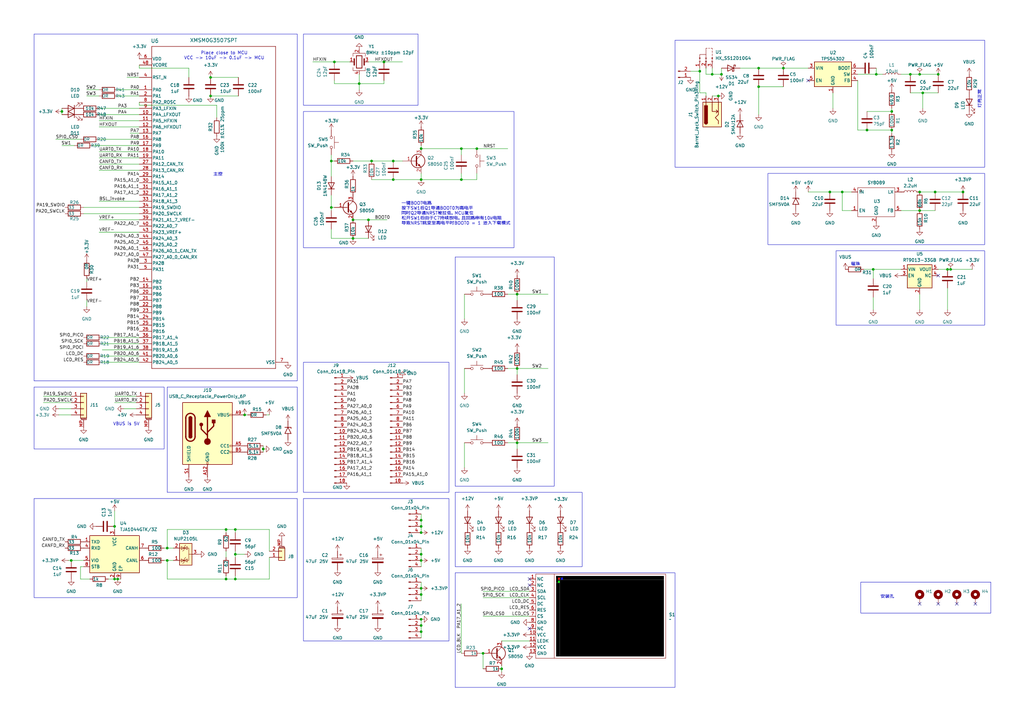
<source format=kicad_sch>
(kicad_sch (version 20231120) (generator "eeschema") (generator_version "8.0")
  (paper "A3")
  (junction (at 172.72 243.84))
  (junction (at 172.72 229.87))
  (junction (at 394.97 78.74))
  (junction (at 212.09 181.61))
  (junction (at 147.32 34.29))
  (junction (at 29.21 229.87))
  (junction (at 388.62 110.49))
  (junction (at 340.36 78.74))
  (junction (at 107.95 184.15))
  (junction (at 152.4 66.04))
  (junction (at 384.81 30.48))
  (junction (at 195.58 60.96))
  (junction (at 345.44 78.74))
  (junction (at 161.29 73.66))
  (junction (at 198.12 267.97))
  (junction (at 321.31 27.94))
  (junction (at 377.19 78.74))
  (junction (at 172.72 60.96))
  (junction (at 172.72 218.44))
  (junction (at 373.38 30.48))
  (junction (at 311.15 27.94))
  (junction (at 135.89 66.04))
  (junction (at 189.23 73.66))
  (junction (at 172.72 213.36))
  (junction (at 172.72 259.08))
  (junction (at 172.72 256.54))
  (junction (at 355.6 53.34))
  (junction (at 151.13 90.17))
  (junction (at 96.52 217.17))
  (junction (at 144.78 90.17))
  (junction (at 46.99 237.49))
  (junction (at 212.09 120.65))
  (junction (at 46.99 215.9))
  (junction (at 212.09 151.13))
  (junction (at 92.71 237.49))
  (junction (at 294.64 39.37))
  (junction (at 172.72 215.9))
  (junction (at 86.36 31.75))
  (junction (at 377.19 30.48))
  (junction (at 365.76 53.34))
  (junction (at 48.26 237.49))
  (junction (at 172.72 73.66))
  (junction (at 144.78 97.79))
  (junction (at 292.1 30.48))
  (junction (at 365.76 45.72))
  (junction (at 172.72 227.33))
  (junction (at 157.48 25.4))
  (junction (at 92.71 217.17))
  (junction (at 25.4 45.72))
  (junction (at 86.36 39.37))
  (junction (at 377.19 86.36))
  (junction (at 137.16 25.4))
  (junction (at 161.29 66.04))
  (junction (at 189.23 60.96))
  (junction (at 172.72 241.3))
  (junction (at 311.15 35.56))
  (junction (at 359.41 30.48))
  (junction (at 287.02 29.21))
  (junction (at 358.14 110.49))
  (junction (at 135.89 85.09))
  (junction (at 378.46 38.1))
  (junction (at 383.54 78.74))
  (junction (at 295.91 30.48))
  (junction (at 389.89 110.49))
  (junction (at 96.52 237.49))
  (junction (at 68.58 229.87))
  (junction (at 96.52 227.33))
  (junction (at 100.33 170.18))
  (junction (at 172.72 254))
  (junction (at 68.58 224.79))
  (junction (at 205.74 274.32))
  (no_connect (at 217.17 240.03))
  (no_connect (at 331.47 33.02))
  (no_connect (at 217.17 237.49))
  (no_connect (at 400.05 247.65))
  (no_connect (at 384.81 113.03))
  (no_connect (at 392.43 247.65))
  (no_connect (at 377.19 247.65))
  (no_connect (at 384.81 247.65))
  (no_connect (at 217.17 257.81))
  (wire (pts (xy 151.13 97.79) (xy 144.78 97.79)))
  (wire (pts (xy 35.56 123.19) (xy 35.56 125.73)))
  (wire (pts (xy 157.48 25.4) (xy 165.1 25.4)))
  (wire (pts (xy 358.14 121.92) (xy 358.14 127)))
  (wire (pts (xy 289.56 38.1) (xy 287.02 38.1)))
  (wire (pts (xy 198.12 267.97) (xy 198.12 274.32)))
  (wire (pts (xy 196.85 267.97) (xy 198.12 267.97)))
  (wire (pts (xy 378.46 44.45) (xy 378.46 38.1)))
  (wire (pts (xy 144.78 66.04) (xy 152.4 66.04)))
  (wire (pts (xy 365.76 53.34) (xy 365.76 54.61)))
  (wire (pts (xy 34.29 87.63) (xy 57.15 87.63)))
  (wire (pts (xy 345.44 78.74) (xy 345.44 86.36)))
  (wire (pts (xy 135.89 63.5) (xy 135.89 66.04)))
  (wire (pts (xy 110.49 217.17) (xy 96.52 217.17)))
  (wire (pts (xy 25.4 45.72) (xy 25.4 46.99)))
  (wire (pts (xy 190.5 181.61) (xy 190.5 191.77)))
  (wire (pts (xy 40.64 67.31) (xy 57.15 67.31)))
  (wire (pts (xy 287.02 38.1) (xy 287.02 29.21)))
  (wire (pts (xy 383.54 78.74) (xy 394.97 78.74)))
  (wire (pts (xy 358.14 110.49) (xy 369.57 110.49)))
  (wire (pts (xy 34.29 85.09) (xy 57.15 85.09)))
  (wire (pts (xy 35.56 39.37) (xy 40.64 39.37)))
  (wire (pts (xy 331.47 78.74) (xy 340.36 78.74)))
  (wire (pts (xy 57.15 41.91) (xy 57.15 43.18)))
  (wire (pts (xy 144.78 90.17) (xy 151.13 90.17)))
  (wire (pts (xy 68.58 224.79) (xy 68.58 217.17)))
  (wire (pts (xy 283.21 29.21) (xy 287.02 29.21)))
  (wire (pts (xy 147.32 36.83) (xy 147.32 34.29)))
  (wire (pts (xy 88.9 43.18) (xy 88.9 48.26)))
  (wire (pts (xy 137.16 85.09) (xy 135.89 85.09)))
  (wire (pts (xy 289.56 30.48) (xy 292.1 30.48)))
  (wire (pts (xy 86.36 31.75) (xy 97.79 31.75)))
  (wire (pts (xy 92.71 237.49) (xy 92.71 236.22)))
  (wire (pts (xy 321.31 27.94) (xy 331.47 27.94)))
  (wire (pts (xy 40.64 62.23) (xy 57.15 62.23)))
  (wire (pts (xy 172.72 241.3) (xy 172.72 243.84)))
  (wire (pts (xy 67.31 229.87) (xy 68.58 229.87)))
  (wire (pts (xy 198.12 252.73) (xy 217.17 252.73)))
  (wire (pts (xy 345.44 78.74) (xy 349.25 78.74)))
  (wire (pts (xy 68.58 217.17) (xy 92.71 217.17)))
  (wire (pts (xy 198.12 242.57) (xy 217.17 242.57)))
  (wire (pts (xy 340.36 78.74) (xy 345.44 78.74)))
  (wire (pts (xy 110.49 170.18) (xy 109.22 170.18)))
  (wire (pts (xy 40.64 82.55) (xy 57.15 82.55)))
  (wire (pts (xy 355.6 53.34) (xy 365.76 53.34)))
  (wire (pts (xy 68.58 229.87) (xy 68.58 237.49)))
  (wire (pts (xy 24.13 167.64) (xy 29.21 167.64)))
  (wire (pts (xy 135.89 80.01) (xy 135.89 85.09)))
  (wire (pts (xy 377.19 78.74) (xy 383.54 78.74)))
  (wire (pts (xy 295.91 30.48) (xy 295.91 27.94)))
  (wire (pts (xy 38.1 59.69) (xy 57.15 59.69)))
  (wire (pts (xy 161.29 73.66) (xy 172.72 73.66)))
  (wire (pts (xy 46.99 215.9) (xy 46.99 217.17)))
  (wire (pts (xy 57.15 27.94) (xy 57.15 26.67)))
  (wire (pts (xy 311.15 46.99) (xy 311.15 35.56)))
  (wire (pts (xy 68.58 229.87) (xy 71.12 229.87)))
  (wire (pts (xy 190.5 120.65) (xy 190.5 130.81)))
  (wire (pts (xy 172.72 59.69) (xy 172.72 60.96)))
  (wire (pts (xy 110.49 237.49) (xy 96.52 237.49)))
  (wire (pts (xy 92.71 217.17) (xy 96.52 217.17)))
  (wire (pts (xy 212.09 123.19) (xy 212.09 120.65)))
  (wire (pts (xy 190.5 151.13) (xy 190.5 161.29)))
  (wire (pts (xy 33.02 232.41) (xy 34.29 232.41)))
  (wire (pts (xy 289.56 27.94) (xy 289.56 30.48)))
  (wire (pts (xy 57.15 43.18) (xy 88.9 43.18)))
  (wire (pts (xy 48.26 237.49) (xy 46.99 237.49)))
  (wire (pts (xy 172.72 210.82) (xy 172.72 213.36)))
  (wire (pts (xy 17.78 162.56) (xy 29.21 162.56)))
  (wire (pts (xy 189.23 73.66) (xy 189.23 71.12)))
  (wire (pts (xy 151.13 90.17) (xy 158.75 90.17)))
  (wire (pts (xy 22.86 57.15) (xy 33.02 57.15)))
  (wire (pts (xy 377.19 30.48) (xy 384.81 30.48)))
  (wire (pts (xy 86.36 39.37) (xy 97.79 39.37)))
  (wire (pts (xy 137.16 34.29) (xy 137.16 33.02)))
  (wire (pts (xy 341.63 44.45) (xy 341.63 38.1)))
  (wire (pts (xy 110.49 226.06) (xy 110.49 217.17)))
  (wire (pts (xy 292.1 39.37) (xy 294.64 39.37)))
  (wire (pts (xy 100.33 227.33) (xy 96.52 227.33)))
  (wire (pts (xy 157.48 34.29) (xy 157.48 33.02)))
  (wire (pts (xy 41.91 143.51) (xy 57.15 143.51)))
  (wire (pts (xy 369.57 30.48) (xy 373.38 30.48)))
  (wire (pts (xy 388.62 118.11) (xy 388.62 127)))
  (wire (pts (xy 189.23 63.5) (xy 189.23 60.96)))
  (wire (pts (xy 24.13 170.18) (xy 29.21 170.18)))
  (wire (pts (xy 354.33 110.49) (xy 358.14 110.49)))
  (wire (pts (xy 172.72 229.87) (xy 172.72 232.41)))
  (wire (pts (xy 96.52 226.06) (xy 96.52 227.33)))
  (wire (pts (xy 359.41 30.48) (xy 361.95 30.48)))
  (wire (pts (xy 311.15 27.94) (xy 321.31 27.94)))
  (wire (pts (xy 96.52 237.49) (xy 92.71 237.49)))
  (wire (pts (xy 358.14 110.49) (xy 358.14 114.3)))
  (wire (pts (xy 292.1 27.94) (xy 292.1 30.48)))
  (wire (pts (xy 172.72 256.54) (xy 172.72 259.08)))
  (wire (pts (xy 53.34 54.61) (xy 57.15 54.61)))
  (wire (pts (xy 172.72 254) (xy 172.72 256.54)))
  (wire (pts (xy 27.94 229.87) (xy 29.21 229.87)))
  (wire (pts (xy 355.6 45.72) (xy 365.76 45.72)))
  (wire (pts (xy 92.71 217.17) (xy 92.71 218.44)))
  (wire (pts (xy 29.21 229.87) (xy 34.29 229.87)))
  (wire (pts (xy 135.89 85.09) (xy 135.89 86.36)))
  (wire (pts (xy 373.38 30.48) (xy 377.19 30.48)))
  (wire (pts (xy 92.71 226.06) (xy 92.71 228.6)))
  (wire (pts (xy 40.64 57.15) (xy 57.15 57.15)))
  (wire (pts (xy 40.64 64.77) (xy 57.15 64.77)))
  (wire (pts (xy 41.91 138.43) (xy 57.15 138.43)))
  (wire (pts (xy 359.41 30.48) (xy 359.41 27.94)))
  (wire (pts (xy 50.8 167.64) (xy 55.88 167.64)))
  (wire (pts (xy 189.23 60.96) (xy 195.58 60.96)))
  (wire (pts (xy 151.13 25.4) (xy 157.48 25.4)))
  (wire (pts (xy 57.15 27.94) (xy 77.47 27.94)))
  (wire (pts (xy 40.64 95.25) (xy 57.15 95.25)))
  (wire (pts (xy 137.16 66.04) (xy 135.89 66.04)))
  (wire (pts (xy 189.23 247.65) (xy 189.23 267.97)))
  (wire (pts (xy 172.72 238.76) (xy 172.72 241.3)))
  (wire (pts (xy 161.29 66.04) (xy 165.1 66.04)))
  (wire (pts (xy 135.89 66.04) (xy 135.89 72.39)))
  (wire (pts (xy 292.1 30.48) (xy 295.91 30.48)))
  (wire (pts (xy 135.89 93.98) (xy 135.89 97.79)))
  (wire (pts (xy 208.28 151.13) (xy 212.09 151.13)))
  (wire (pts (xy 35.56 36.83) (xy 40.64 36.83)))
  (wire (pts (xy 289.56 39.37) (xy 289.56 38.1)))
  (wire (pts (xy 351.79 33.02) (xy 351.79 53.34)))
  (wire (pts (xy 377.19 86.36) (xy 383.54 86.36)))
  (wire (pts (xy 198.12 245.11) (xy 217.17 245.11)))
  (wire (pts (xy 287.02 29.21) (xy 287.02 27.94)))
  (wire (pts (xy 172.72 243.84) (xy 172.72 246.38)))
  (wire (pts (xy 68.58 237.49) (xy 92.71 237.49)))
  (wire (pts (xy 212.09 184.15) (xy 212.09 181.61)))
  (wire (pts (xy 212.09 153.67) (xy 212.09 151.13)))
  (wire (pts (xy 373.38 38.1) (xy 378.46 38.1)))
  (wire (pts (xy 48.26 39.37) (xy 57.15 39.37)))
  (wire (pts (xy 212.09 120.65) (xy 224.79 120.65)))
  (wire (pts (xy 303.53 27.94) (xy 311.15 27.94)))
  (wire (pts (xy 212.09 181.61) (xy 224.79 181.61)))
  (wire (pts (xy 388.62 110.49) (xy 389.89 110.49)))
  (wire (pts (xy 96.52 218.44) (xy 96.52 217.17)))
  (wire (pts (xy 40.64 52.07) (xy 57.15 52.07)))
  (wire (pts (xy 389.89 110.49) (xy 398.78 110.49)))
  (wire (pts (xy 172.72 259.08) (xy 172.72 261.62)))
  (wire (pts (xy 147.32 34.29) (xy 147.32 30.48)))
  (wire (pts (xy 384.81 110.49) (xy 388.62 110.49)))
  (wire (pts (xy 205.74 275.59) (xy 205.74 274.32)))
  (wire (pts (xy 172.72 215.9) (xy 172.72 218.44)))
  (wire (pts (xy 46.99 162.56) (xy 55.88 162.56)))
  (wire (pts (xy 311.15 35.56) (xy 321.31 35.56)))
  (wire (pts (xy 41.91 140.97) (xy 57.15 140.97)))
  (wire (pts (xy 77.47 27.94) (xy 77.47 31.75)))
  (wire (pts (xy 172.72 224.79) (xy 172.72 227.33)))
  (wire (pts (xy 44.45 237.49) (xy 46.99 237.49)))
  (wire (pts (xy 195.58 71.12) (xy 195.58 73.66)))
  (wire (pts (xy 137.16 34.29) (xy 147.32 34.29)))
  (wire (pts (xy 107.95 182.88) (xy 107.95 184.15)))
  (wire (pts (xy 35.56 114.3) (xy 35.56 115.57)))
  (wire (pts (xy 144.78 97.79) (xy 135.89 97.79)))
  (wire (pts (xy 33.02 232.41) (xy 33.02 237.49)))
  (wire (pts (xy 137.16 25.4) (xy 143.51 25.4)))
  (wire (pts (xy 96.52 228.6) (xy 96.52 227.33)))
  (wire (pts (xy 46.99 209.55) (xy 46.99 215.9)))
  (wire (pts (xy 208.28 181.61) (xy 212.09 181.61)))
  (wire (pts (xy 365.76 44.45) (xy 365.76 45.72)))
  (wire (pts (xy 40.64 69.85) (xy 57.15 69.85)))
  (wire (pts (xy 68.58 224.79) (xy 71.12 224.79)))
  (wire (pts (xy 172.72 73.66) (xy 172.72 71.12)))
  (wire (pts (xy 351.79 30.48) (xy 359.41 30.48)))
  (wire (pts (xy 67.31 224.79) (xy 68.58 224.79)))
  (wire (pts (xy 205.74 262.89) (xy 217.17 262.89)))
  (wire (pts (xy 208.28 120.65) (xy 212.09 120.65)))
  (wire (pts (xy 17.78 165.1) (xy 29.21 165.1)))
  (wire (pts (xy 378.46 38.1) (xy 384.81 38.1)))
  (wire (pts (xy 41.91 148.59) (xy 57.15 148.59)))
  (wire (pts (xy 195.58 73.66) (xy 189.23 73.66)))
  (wire (pts (xy 40.64 44.45) (xy 57.15 44.45)))
  (wire (pts (xy 40.64 46.99) (xy 57.15 46.99)))
  (wire (pts (xy 172.72 213.36) (xy 172.72 215.9)))
  (wire (pts (xy 349.25 86.36) (xy 345.44 86.36)))
  (wire (pts (xy 48.26 36.83) (xy 57.15 36.83)))
  (wire (pts (xy 147.32 34.29) (xy 157.48 34.29)))
  (wire (pts (xy 205.74 274.32) (xy 205.74 273.05)))
  (wire (pts (xy 48.26 237.49) (xy 49.53 237.49)))
  (wire (pts (xy 195.58 60.96) (xy 208.28 60.96)))
  (wire (pts (xy 351.79 53.34) (xy 355.6 53.34)))
  (wire (pts (xy 172.72 227.33) (xy 172.72 229.87)))
  (wire (pts (xy 212.09 151.13) (xy 224.79 151.13)))
  (wire (pts (xy 25.4 44.45) (xy 25.4 45.72)))
  (wire (pts (xy 40.64 90.17) (xy 57.15 90.17)))
  (wire (pts (xy 40.64 49.53) (xy 57.15 49.53)))
  (wire (pts (xy 52.07 31.75) (xy 57.15 31.75)))
  (wire (pts (xy 25.4 59.69) (xy 30.48 59.69)))
  (wire (pts (xy 46.99 165.1) (xy 55.88 165.1)))
  (wire (pts (xy 152.4 73.66) (xy 161.29 73.66)))
  (wire (pts (xy 110.49 228.6) (xy 110.49 237.49)))
  (wire (pts (xy 152.4 66.04) (xy 161.29 66.04)))
  (wire (pts (xy 41.91 146.05) (xy 57.15 146.05)))
  (wire (pts (xy 128.27 25.4) (xy 137.16 25.4)))
  (wire (pts (xy 172.72 73.66) (xy 189.23 73.66)))
  (wire (pts (xy 377.19 120.65) (xy 377.19 127)))
  (wire (pts (xy 96.52 236.22) (xy 96.52 237.49)))
  (wire (pts (xy 107.95 184.15) (xy 107.95 185.42)))
  (wire (pts (xy 369.57 86.36) (xy 377.19 86.36)))
  (wire (pts (xy 100.33 170.18) (xy 101.6 170.18)))
  (wire (pts (xy 33.02 237.49) (xy 36.83 237.49)))
  (wire (pts (xy 189.23 60.96) (xy 172.72 60.96)))
  (rectangle (start 314.96 71.12) (end 403.86 100.33))
  (rectangle (start 13.97 204.47) (end 121.92 245.11))
  (rectangle (start 186.69 201.93) (end 238.76 232.41))
  (rectangle (start 186.69 105.41) (end 227.33 199.39))
  (rectangle (start 68.58 158.75) (end 121.92 201.93))
  (rectangle (start 124.46 148.59) (end 184.15 201.93))
  (rectangle (start 124.46 45.72) (end 210.82 101.6))
  (rectangle (start 13.97 13.97) (end 121.92 156.21))
  (rectangle (start 342.9 102.87) (end 403.86 133.35))
  (rectangle (start 186.69 234.95) (end 276.86 281.94))
  (rectangle (start 13.97 158.75) (end 67.31 184.15))
  (rectangle (start 353.06 238.76) (end 406.4 251.46))
  (rectangle (start 124.46 204.47) (end 184.15 262.89))
  (rectangle (start 276.86 16.51) (end 403.86 68.58))
  (rectangle (start 124.46 13.97) (end 171.45 43.18))
  (text "磁珠" (at 348.996 109.22 0) (effects (font (size 1.27 1.27)) (justify left bottom)))
  (text "安装孔" (at 363.982 244.856 0) (effects (font (size 1.27 1.27))))
  (text "主控" (at 89.408 71.628 0) (effects (font (size 1.27 1.27))))
  (text "一键BOOT电路\n按下SW1后Q1导通BOOT0为高电平\n同时Q2导通NRST被拉低，MCU复位\n松开SW1后由于C7持续放电，且回路串有10k电阻\n导致NRST跳变至高电平时BOOT0 = 1 进入下载模式" (at 164.592 87.63 0) (effects (font (size 1.27 1.27)) (justify left)))
  (text "VBUS is 5V" (at 51.816 173.99 0) (effects (font (size 1.27 1.27))))
  (text "灯亮正常" (at 402.59 44.45 90) (effects (font (size 1.27 1.27)) (justify left bottom)))
  (text "Place close to MCU\nVCC -> 10uF -> 0.1uF -> MCU" (at 91.948 22.86 0) (effects (font (size 1.27 1.27))))
  (label "SPI0_CS0" (at 207.01 252.73 180))
  (label "LCD_BLK" (at 189.23 267.97 90))
  (label "HFXIN" (at 128.27 25.4 0))
  (label "PA0" (at 57.15 36.83 180))
  (label "PA17_A1_2" (at 57.15 80.01 180))
  (label "BOOT0" (at 153.67 90.17 0))
  (label "PB16" (at 57.15 135.89 180))
  (label "CANFD_RX" (at 40.64 69.85 0))
  (label "PB18_A1_5" (at 142.24 187.96 0))
  (label "LCD_DC" (at 217.17 247.65 180))
  (label "PA15_A1_0" (at 57.15 74.93 180))
  (label "PB19_A1_6" (at 142.24 185.42 0))
  (label "LCD_RES" (at 34.29 148.59 180))
  (label "LCD_CS" (at 217.17 252.73 180))
  (label "PB9" (at 165.1 182.88 0))
  (label "PB15" (at 165.1 187.96 0))
  (label "SPI0_PICO" (at 207.01 242.57 180))
  (label "UART0_RX" (at 46.99 165.1 0))
  (label "PB3" (at 165.1 162.56 0))
  (label "PA22_A0_7" (at 57.15 92.71 180))
  (label "PB15" (at 57.15 133.35 180))
  (label "PB2" (at 165.1 160.02 0))
  (label "PB18_A1_5" (at 57.15 140.97 180))
  (label "SW3" (at 222.25 181.61 180))
  (label "PA15_A1_0" (at 165.1 195.58 0))
  (label "SPI0_PICO" (at 34.29 138.43 180))
  (label "CANFD_TX" (at 26.67 222.25 180))
  (label "LCD_CLK" (at 217.17 245.11 180))
  (label "PA4" (at 52.07 46.99 180))
  (label "PA10" (at 57.15 62.23 180))
  (label "PA11" (at 165.1 172.72 0))
  (label "CANFD_TX" (at 40.64 67.31 0))
  (label "PA1" (at 57.15 39.37 180))
  (label "PA27_A0_0" (at 142.24 167.64 0))
  (label "PA14" (at 165.1 193.04 0))
  (label "SW2" (at 39.37 36.83 180))
  (label "HFXOUT" (at 153.67 25.4 0))
  (label "PB6" (at 165.1 175.26 0))
  (label "SW1" (at 222.25 120.65 180))
  (label "PA25_A0_2" (at 142.24 172.72 0))
  (label "BSL_invoke" (at 40.64 82.55 0))
  (label "HFXOUT" (at 40.64 52.07 0))
  (label "PB8" (at 57.15 125.73 180))
  (label "PA17_A1_2" (at 142.24 193.04 0))
  (label "UART0_TX" (at 40.64 62.23 0))
  (label "PB20_A0_6" (at 142.24 180.34 0))
  (label "SW3" (at 39.37 39.37 180))
  (label "PA8" (at 165.1 165.1 0))
  (label "HFXIN" (at 40.64 49.53 0))
  (label "PA3" (at 52.07 44.45 180))
  (label "PA26_A0_1" (at 142.24 170.18 0))
  (label "SPI0_POCI" (at 34.29 143.51 180))
  (label "PA8" (at 57.15 57.15 180))
  (label "CANFD_RX" (at 26.67 224.79 180))
  (label "PA28" (at 142.24 160.02 0))
  (label "PA10" (at 165.1 170.18 0))
  (label "SW1" (at 29.21 59.69 180))
  (label "PA9" (at 165.1 167.64 0))
  (label "PB20_A0_6" (at 57.15 146.05 180))
  (label "PB24_A0_5" (at 142.24 177.8 0))
  (label "PB3" (at 57.15 118.11 180))
  (label "PB17_A1_4" (at 57.15 138.43 180))
  (label "PA7" (at 53.34 54.61 0))
  (label "VREF-" (at 40.64 95.25 0))
  (label "PA26_A0_1" (at 57.15 102.87 180))
  (label "VREF+" (at 35.56 115.57 0))
  (label "PA17_A1_2" (at 189.23 257.81 90))
  (label "PB16" (at 165.1 190.5 0))
  (label "PA24_A0_3" (at 57.15 97.79 180))
  (label "NRST" (at 203.2 60.96 180))
  (label "LCD_SDA" (at 217.17 242.57 180))
  (label "UART0_TX" (at 46.99 162.56 0))
  (label "VREF-" (at 35.56 124.46 0))
  (label "PA19_SWDIO" (at 26.67 85.09 180))
  (label "PA7" (at 165.1 157.48 0))
  (label "PA0" (at 142.24 165.1 0))
  (label "LCD_DC" (at 34.29 146.05 180))
  (label "PA16_A1_1" (at 57.15 77.47 180))
  (label "PB7" (at 57.15 123.19 180))
  (label "SPI0_SCK" (at 207.01 245.11 180))
  (label "PA9" (at 57.15 59.69 180))
  (label "PB14" (at 165.1 185.42 0))
  (label "SPI0_CS0" (at 22.86 57.15 0))
  (label "PA28" (at 57.15 107.95 180))
  (label "PB2" (at 57.15 115.57 180))
  (label "PB14" (at 57.15 130.81 180))
  (label "VREF+" (at 40.64 90.17 0))
  (label "PB17_A1_4" (at 142.24 190.5 0))
  (label "PB6" (at 57.15 120.65 180))
  (label "LCD_RES" (at 217.17 250.19 180))
  (label "SW2" (at 222.25 151.13 180))
  (label "PB24_A0_5" (at 57.15 148.59 180))
  (label "PA24_A0_3" (at 142.24 175.26 0))
  (label "SPI0_SCK" (at 34.29 140.97 180))
  (label "PB7" (at 165.1 177.8 0))
  (label "PA20_SWCLK" (at 17.78 165.1 0))
  (label "PA22_A0_7" (at 142.24 182.88 0))
  (label "PA20_SWCLK" (at 26.67 87.63 180))
  (label "PA27_A0_0" (at 57.15 105.41 180))
  (label "PB9" (at 57.15 128.27 180))
  (label "PB19_A1_6" (at 57.15 143.51 180))
  (label "NRST" (at 52.07 31.75 0))
  (label "PA19_SWDIO" (at 17.78 162.56 0))
  (label "UART0_RX" (at 40.64 64.77 0))
  (label "PA11" (at 57.15 64.77 180))
  (label "PB8" (at 165.1 180.34 0))
  (label "PA31" (at 142.24 157.48 0))
  (label "PA1" (at 142.24 162.56 0))
  (label "PA31" (at 57.15 110.49 180))
  (label "PA25_A0_2" (at 57.15 100.33 180))
  (label "PA16_A1_1" (at 142.24 195.58 0))
  (label "PA14" (at 57.15 72.39 180))
  (symbol (lib_id "Device:R") (at 104.14 185.42 90) (unit 1)
    (property "Reference" "R28" (at 105.41 187.96 90) (effects (justify left)))
    (property "Value" "5.1k" (at 106.172 185.42 90) (effects (justify left)))
    (property "Footprint" "Resistor_SMD:R_0402_1005Metric" (effects (hide yes)))
  )
  (symbol (lib_id "power:PWR_FLAG") (at 389.89 110.49 0) (unit 1)
    (property "Reference" "#FLG02" (effects (hide yes)))
    (property "Value" "PWR_FLAG" (at 389.89 106.68 0))
  )
  (symbol (lib_id "Connector_Generic_MountingPin:Conn_01x02_MountingPin") (at 115.57 228.6 0) (mirror x) (unit 1)
    (property "Reference" "J8" (at 118.11 228.2445 0) (effects (justify left)))
    (property "Value" "Conn_01x02_MountingPin" (effects (hide yes)))
    (property "Footprint" "Connector_JST:JST_GH_SM02B-GHS-TB_1x02-1MP_P1.25mm_Horizontal" (effects (hide yes)))
    (property "Description" "Generic connectable mounting pin connector, single row, 01x02, script generated (kicad-library-utils/schlib/autogen/connector/)" (effects (hide yes)))
  )
  (symbol (lib_id "power:+5V") (at 172.72 229.87 270) (unit 1)
    (property "Reference" "#PWR077" (effects (hide yes)))
    (property "Value" "+5V" (at 176.53 229.8699 90) (effects (justify left)))
  )
  (symbol (lib_id "Connector:Conn_01x04_Pin") (at 167.64 227.33 0) (unit 1)
    (property "Reference" "J4" (at 168.275 219.71 0))
    (property "Value" "Conn_01x04_Pin" (at 168.275 222.25 0))
    (property "Footprint" "Connector_PinHeader_2.54mm:PinHeader_1x04_P2.54mm_Vertical" (effects (hide yes)))
    (property "Description" "Generic connector, single row, 01x04, script generated" (effects (hide yes)))
  )
  (symbol (lib_id "power:+5V") (at 46.99 209.55 0) (unit 1)
    (property "Reference" "#PWR029" (effects (hide yes)))
    (property "Value" "+5V" (at 46.99 205.74 0))
  )
  (symbol (lib_id "power:GND") (at 303.53 54.61 0) (unit 1)
    (property "Reference" "#PWR073" (effects (hide yes)))
    (property "Value" "GND" (at 303.53 59.69 0))
  )
  (symbol (lib_name "GND_2") (lib_id "power:GND") (at 229.87 224.79 0) (unit 1)
    (property "Reference" "#PWR0102" (effects (hide yes)))
    (property "Value" "GND" (at 229.87 229.87 0))
    (property "Description" "Power symbol creates a global label with name \"GND\" , ground" (effects (hide yes)))
  )
  (symbol (lib_id "power:GND") (at 172.72 254 90) (unit 1)
    (property "Reference" "#PWR076" (effects (hide yes)))
    (property "Value" "GND" (at 176.53 253.9999 90) (effects (justify right)))
  )
  (symbol (lib_name "GND_2") (lib_id "power:GND") (at 205.74 275.59 0) (unit 1)
    (property "Reference" "#PWR021" (effects (hide yes)))
    (property "Value" "GND" (at 205.74 280.67 0))
    (property "Description" "Power symbol creates a global label with name \"GND\" , ground" (effects (hide yes)))
  )
  (symbol (lib_id "power:GND") (at 341.63 44.45 0) (unit 1)
    (property "Reference" "#PWR038" (effects (hide yes)))
    (property "Value" "GND" (at 341.63 49.53 0))
  )
  (symbol (lib_id "power:+3.3VP") (at 217.17 265.43 90) (unit 1)
    (property "Reference" "#PWR024" (effects (hide yes)))
    (property "Value" "+3.3VP" (at 213.36 265.4299 90) (effects (justify left)))
    (property "Description" "Power symbol creates a global label with name \"+3.3VP\"" (effects (hide yes)))
  )
  (symbol (lib_id "power:GND") (at 394.97 86.36 0) (unit 1)
    (property "Reference" "#PWR081" (effects (hide yes)))
    (property "Value" "GND" (at 394.97 91.44 0))
  )
  (symbol (lib_id "power:+3.3V") (at 35.56 106.68 0) (unit 1)
    (property "Reference" "#PWR01" (effects (hide yes)))
    (property "Value" "+3.3V" (at 35.5601 104.14 90) (effects (justify left)))
    (property "Description" "Power symbol creates a global label with name \"+3.3V\"" (effects (hide yes)))
  )
  (symbol (lib_id "power:+5V") (at 110.49 170.18 0) (unit 1)
    (property "Reference" "#PWR019" (effects (hide yes)))
    (property "Value" "+5V" (at 110.49 165.1 0))
  )
  (symbol (lib_id "power:GND") (at 294.64 39.37 90) (unit 1)
    (property "Reference" "#PWR031" (effects (hide yes)))
    (property "Value" "GND" (at 299.72 39.37 0))
  )
  (symbol (lib_id "power:+12V") (at 295.91 30.48 180) (unit 1)
    (property "Reference" "#PWR032" (effects (hide yes)))
    (property "Value" "+12V" (at 295.91 35.56 0))
  )
  (symbol (lib_name "GND_1") (lib_id "power:GND") (at 24.13 167.64 270) (unit 1)
    (property "Reference" "#PWR03" (effects (hide yes)))
    (property "Value" "GND" (at 20.32 167.6399 90) (effects (justify right)))
    (property "Description" "Power symbol creates a global label with name \"GND\" , ground" (effects (hide yes)))
  )
  (symbol (lib_id "power:+3.3V") (at 398.78 110.49 0) (unit 1)
    (property "Reference" "#PWR046" (effects (hide yes)))
    (property "Value" "+3.3V" (at 398.78 106.68 0))
  )
  (symbol (lib_id "Device:L") (at 365.76 30.48 90) (unit 1)
    (property "Reference" "L1" (at 365.76 26.67 90))
    (property "Value" "10uH" (at 365.76 29.21 90))
    (property "Footprint" "1MyFootPrint:L_7.3x6.6mm" (effects (hide yes)))
  )
  (symbol (lib_id "Device:R") (at 63.5 229.87 90) (mirror x) (unit 1)
    (property "Reference" "R12" (at 64.77 227.33 90) (effects (justify left)))
    (property "Value" "100" (at 66.04 229.87 90) (effects (justify left)))
    (property "Footprint" "Resistor_SMD:R_0603_1608Metric" (effects (hide yes)))
  )
  (symbol (lib_id "Device:C_Polarized") (at 154.94 229.87 0) (mirror y) (unit 1)
    (property "Reference" "C16" (at 151.13 227.7109 0) (effects (justify left)))
    (property "Value" "47uF 25V" (at 151.13 230.2509 0) (effects (justify left)))
    (property "Footprint" "Capacitor_SMD:CP_Elec_6.3x5.4" (effects (hide yes)))
    (property "Description" "Polarized capacitor" (effects (hide yes)))
  )
  (symbol (lib_id "Device:LED") (at 217.17 213.36 90) (unit 1)
    (property "Reference" "D6" (at 220.98 214.3125 90) (effects (justify right)))
    (property "Value" "LED" (at 220.98 216.8525 90) (effects (justify right)))
    (property "Footprint" "LED_SMD:LED_0603_1608Metric" (effects (hide yes)))
  )
  (symbol (lib_id "Device:C") (at 212.09 157.48 180) (unit 1)
    (property "Reference" "C30" (at 215.9 156.21 0) (effects (justify right)))
    (property "Value" "100nF" (at 215.9 158.75 0) (effects (justify right)))
    (property "Footprint" "Capacitor_SMD:C_0603_1608Metric" (effects (hide yes)))
  )
  (symbol (lib_id "Device:R") (at 204.47 181.61 90) (unit 1)
    (property "Reference" "R46" (at 204.47 179.07 90))
    (property "Value" "100" (at 204.47 181.61 90))
    (property "Footprint" "Resistor_SMD:R_0603_1608Metric" (effects (hide yes)))
  )
  (symbol (lib_id "power:GND") (at 154.94 256.54 0) (unit 1)
    (property "Reference" "#PWR087" (effects (hide yes)))
    (property "Value" "GND" (at 154.94 261.62 0))
  )
  (symbol (lib_id "power:VBUS") (at 346.71 110.49 0) (unit 1)
    (property "Reference" "#PWR034" (effects (hide yes)))
    (property "Value" "VBUS" (at 346.71 105.41 0))
    (property "Description" "Power symbol creates a global label with name \"VBUS\"" (effects (hide yes)))
  )
  (symbol (lib_id "power:PWR_FLAG") (at 377.19 30.48 0) (unit 1)
    (property "Reference" "#FLG03" (effects (hide yes)))
    (property "Value" "PWR_FLAG" (at 377.19 26.67 0))
  )
  (symbol (lib_id "power:GND") (at 138.43 233.68 0) (unit 1)
    (property "Reference" "#PWR071" (effects (hide yes)))
    (property "Value" "GND" (at 138.43 238.76 0))
  )
  (symbol (lib_id "power:+3.3V") (at 212.09 113.03 0) (unit 1)
    (property "Reference" "#PWR057" (effects (hide yes)))
    (property "Value" "+3.3V" (at 212.09 107.95 0))
    (property "Description" "Power symbol creates a global label with name \"+3.3V\"" (effects (hide yes)))
  )
  (symbol (lib_id "Device:C") (at 311.15 31.75 0) (mirror y) (unit 1)
    (property "Reference" "C8" (at 307.34 31.115 0) (effects (justify left)))
    (property "Value" "22uF" (at 307.34 33.655 0) (effects (justify left)))
    (property "Footprint" "Capacitor_SMD:C_0805_2012Metric" (effects (hide yes)))
  )
  (symbol (lib_id "1_MyLDOs:RT9013-33GB") (at 377.19 113.03 0) (mirror y) (unit 1)
    (property "Reference" "U5" (at 377.19 104.14 0))
    (property "Value" "RT9013-33GB" (at 377.19 106.68 0))
    (property "Footprint" "Package_TO_SOT_SMD:SOT-23-5" (effects (hide yes)))
    (property "Datasheet" "JLC C47773" (effects (hide yes)))
  )
  (symbol (lib_id "1MyRandom:S8050") (at 170.18 66.04 0) (unit 1)
    (property "Reference" "Q2" (at 175.26 64.7699 0) (effects (justify left)))
    (property "Value" "S8050" (at 175.26 67.3099 0) (effects (justify left)))
    (property "Footprint" "Package_TO_SOT_SMD:SOT-23" (effects (hide yes)))
    (property "Datasheet" "http://www.unisonic.com.tw/datasheet/S8050.pdf" (effects (hide yes)))
  )
  (symbol (lib_id "power:+3.3VP") (at 172.72 241.3 270) (unit 1)
    (property "Reference" "#PWR078" (effects (hide yes)))
    (property "Value" "+3.3VP" (at 176.53 241.2999 90) (effects (justify left)))
    (property "Description" "Power symbol creates a global label with name \"+3.3VP\"" (effects (hide yes)))
  )
  (symbol (lib_id "Device:R") (at 30.48 222.25 90) (unit 1)
    (property "Reference" "R4" (at 30.48 220.218 90))
    (property "Value" "33" (at 29.21 222.25 90))
    (property "Footprint" "Resistor_SMD:R_0603_1608Metric" (effects (hide yes)))
  )
  (symbol (lib_id "Device:R") (at 63.5 224.79 90) (mirror x) (unit 1)
    (property "Reference" "R5" (at 64.77 222.25 90) (effects (justify left)))
    (property "Value" "100" (at 66.04 224.79 90) (effects (justify left)))
    (property "Footprint" "Resistor_SMD:R_0603_1608Metric" (effects (hide yes)))
  )
  (symbol (lib_name "GND_1") (lib_id "power:GND") (at 118.11 148.59 0) (unit 1)
    (property "Reference" "#PWR016" (effects (hide yes)))
    (property "Value" "GND" (at 118.11 153.67 0))
    (property "Description" "Power symbol creates a global label with name \"GND\" , ground" (effects (hide yes)))
  )
  (symbol (lib_id "Device:C") (at 358.14 118.11 0) (unit 1)
    (property "Reference" "C20" (at 361.95 117.475 0) (effects (justify left)))
    (property "Value" "1uF" (at 361.95 120.015 0) (effects (justify left)))
    (property "Footprint" "Capacitor_SMD:C_0603_1608Metric" (effects (hide yes)))
  )
  (symbol (lib_id "power:+5V") (at 154.94 226.06 0) (unit 1)
    (property "Reference" "#PWR085" (effects (hide yes)))
    (property "Value" "+5V" (at 154.94 220.98 0))
  )
  (symbol (lib_id "power:GND") (at 144.78 97.79 0) (unit 1)
    (property "Reference" "#PWR049" (effects (hide yes)))
    (property "Value" "GND" (at 140.97 99.568 0))
  )
  (symbol (lib_id "Device:LED") (at 229.87 213.36 90) (unit 1)
    (property "Reference" "D7" (at 233.68 214.3125 90) (effects (justify right)))
    (property "Value" "LED" (at 233.68 216.8525 90) (effects (justify right)))
    (property "Footprint" "LED_SMD:LED_0603_1608Metric" (effects (hide yes)))
  )
  (symbol (lib_id "Device:C") (at 96.52 232.41 0) (mirror x) (unit 1)
    (property "Reference" "C15" (at 100.33 233.045 0) (effects (justify left)))
    (property "Value" "56pF" (at 100.33 230.505 0) (effects (justify left)))
    (property "Footprint" "Capacitor_SMD:C_0603_1608Metric" (effects (hide yes)))
  )
  (symbol (lib_id "Device:R") (at 204.47 120.65 90) (unit 1)
    (property "Reference" "R38" (at 204.47 118.11 90))
    (property "Value" "100" (at 204.47 120.65 90))
    (property "Footprint" "Resistor_SMD:R_0603_1608Metric" (effects (hide yes)))
  )
  (symbol (lib_name "GND_2") (lib_id "power:GND") (at 217.17 224.79 0) (unit 1)
    (property "Reference" "#PWR0100" (effects (hide yes)))
    (property "Value" "GND" (at 217.17 229.87 0))
    (property "Description" "Power symbol creates a global label with name \"GND\" , ground" (effects (hide yes)))
  )
  (symbol (lib_id "Device:R") (at 212.09 147.32 180) (unit 1)
    (property "Reference" "R42" (at 209.55 147.32 90))
    (property "Value" "100k" (at 212.09 147.32 90))
    (property "Footprint" "Resistor_SMD:R_0603_1608Metric" (effects (hide yes)))
  )
  (symbol (lib_name "GND_1") (lib_id "power:GND") (at 86.36 39.37 0) (unit 1)
    (property "Reference" "#PWR09" (effects (hide yes)))
    (property "Value" "GND" (at 89.916 41.148 0))
    (property "Description" "Power symbol creates a global label with name \"GND\" , ground" (effects (hide yes)))
  )
  (symbol (lib_id "1MyModules:1.14inchLCD") (at 219.71 241.3 0) (unit 1)
    (property "Reference" "S1" (at 274.32 252.0949 0) (effects (justify left)))
    (property "Value" "~" (at 274.32 254 0) (effects (justify left)))
    (property "Footprint" "1kicad_lceda:焊接式_TFT_1.14_135X240_13PIN" (effects (hide yes)))
    (property "JLC_3DModel_Q" "2f6c02c867a549178f5564592e40b008" (effects (hide yes)))
    (property "JLC_3D_Size" "31.661 17.5515" (effects (hide yes)))
  )
  (symbol (lib_name "GND_2") (lib_id "power:GND") (at 147.32 20.32 180) (unit 1)
    (property "Reference" "#PWR013" (effects (hide yes)))
    (property "Value" "GND" (at 147.32 15.24 0))
    (property "Description" "Power symbol creates a global label with name \"GND\" , ground" (effects (hide yes)))
  )
  (symbol (lib_id "power:PWR_FLAG") (at 321.31 27.94 0) (unit 1)
    (property "Reference" "#FLG01" (effects (hide yes)))
    (property "Value" "PWR_FLAG" (at 321.31 24.13 0))
  )
  (symbol (lib_name "GND_1") (lib_id "power:GND") (at 107.95 184.15 90) (unit 1)
    (property "Reference" "#PWR018" (effects (hide yes)))
    (property "Value" "GND" (at 111.76 184.1499 90) (effects (justify right)))
    (property "Description" "Power symbol creates a global label with name \"GND\" , ground" (effects (hide yes)))
  )
  (symbol (lib_id "power:VBUS") (at 165.1 198.12 270) (unit 1)
    (property "Reference" "#PWR093" (effects (hide yes)))
    (property "Value" "VBUS" (at 168.91 198.1199 90) (effects (justify left)))
    (property "Description" "Power symbol creates a global label with name \"VBUS\"" (effects (hide yes)))
  )
  (symbol (lib_id "Device:R") (at 30.48 87.63 90) (mirror x) (unit 1)
    (property "Reference" "R25" (at 30.48 89.662 90))
    (property "Value" "33" (at 29.21 87.63 90))
    (property "Footprint" "Resistor_SMD:R_0603_1608Metric" (effects (hide yes)))
  )
  (symbol (lib_id "power:GND") (at 48.26 237.49 0) (unit 1)
    (property "Reference" "#PWR030" (effects (hide yes)))
    (property "Value" "GND" (at 48.26 242.57 0))
  )
  (symbol (lib_id "power:GND") (at 118.11 180.34 0) (unit 1)
    (property "Reference" "#PWR089" (effects (hide yes)))
    (property "Value" "GND" (at 118.11 185.42 0))
  )
  (symbol (lib_id "power:+3.3V") (at 144.78 72.39 0) (unit 1)
    (property "Reference" "#PWR048" (effects (hide yes)))
    (property "Value" "+3.3V" (at 144.78 68.58 0))
  )
  (symbol (lib_id "Switch:SW_Push") (at 195.58 181.61 0) (unit 1)
    (property "Reference" "SW4" (at 195.58 173.99 0))
    (property "Value" "SW_Push" (at 195.58 176.53 0))
    (property "Footprint" "Button_Switch_SMD:SW_SPST_CK_RS282G05A3" (effects (hide yes)))
    (property "Description" "Push button switch, generic, two pins" (effects (hide yes)))
  )
  (symbol (lib_id "power:VBUS") (at 369.57 113.03 90) (unit 1)
    (property "Reference" "#PWR039" (effects (hide yes)))
    (property "Value" "VBUS" (at 365.76 113.0299 90) (effects (justify left)))
    (property "Description" "Power symbol creates a global label with name \"VBUS\"" (effects (hide yes)))
  )
  (symbol (lib_id "Device:R") (at 92.71 222.25 0) (mirror x) (unit 1)
    (property "Reference" "R9" (at 90.17 220.98 90) (effects (justify left)))
    (property "Value" "62" (at 92.71 219.71 90) (effects (justify left)))
    (property "Footprint" "Resistor_SMD:R_0603_1608Metric" (effects (hide yes)))
  )
  (symbol (lib_id "power:GND") (at 358.14 127 0) (unit 1)
    (property "Reference" "#PWR037" (effects (hide yes)))
    (property "Value" "GND" (at 358.14 132.08 0))
  )
  (symbol (lib_id "Diode:SS34") (at 299.72 27.94 0) (mirror y) (unit 1)
    (property "Reference" "D1" (at 300.0375 34.29 0))
    (property "Value" "SS34" (at 300.0375 31.75 0))
    (property "Footprint" "Diode_SMD:D_SMA" (effects (hide yes)))
    (property "Datasheet" "https://www.vishay.com/docs/88751/ss32.pdf" (effects (hide yes)))
    (property "Description" "40V 3A Schottky Diode, SMA" (effects (hide yes)))
  )
  (symbol (lib_id "power:VBUS") (at 118.11 172.72 0) (unit 1)
    (property "Reference" "#PWR017" (effects (hide yes)))
    (property "Value" "VBUS" (at 118.11 167.64 0))
    (property "Description" "Power symbol creates a global label with name \"VBUS\"" (effects (hide yes)))
  )
  (symbol (lib_id "1MyICs:TJA1044GTK/3Z") (at 46.99 227.33 0) (unit 1)
    (property "Reference" "U4" (at 49.1841 214.63 0) (effects (justify left)))
    (property "Value" "TJA1044GTK/3Z" (at 49.1841 217.17 0) (effects (justify left)))
    (property "Footprint" "Package_SON:HVSON-8-1EP_3x3mm_P0.65mm_EP1.6x2.4mm" (effects (hide yes)))
    (property "Datasheet" "http://www.nxp.com/docs/en/data-sheet/TJA1049.pdf" (effects (hide yes)))
    (property "Description" "High-Speed CAN Transceiver, separate VIO, standby mode, SOIC-8" (effects (hide yes)))
  )
  (symbol (lib_name "GND_1") (lib_id "power:GND") (at 85.09 195.58 0) (unit 1)
    (property "Reference" "#PWR012" (effects (hide yes)))
    (property "Value" "GND" (at 85.09 200.66 0))
    (property "Description" "Power symbol creates a global label with name \"GND\" , ground" (effects (hide yes)))
  )
  (symbol (lib_id "Diode:PTVS5V0Z1USKP") (at 303.53 50.8 90) (mirror x) (unit 1)
    (property "Reference" "D2" (at 298.196 51.054 0))
    (property "Value" "SMAJ12A" (at 300.736 51.054 0))
    (property "Footprint" "Diode_SMD:D_SMA" (effects (hide yes)))
    (property "Datasheet" "https://assets.nexperia.com/documents/data-sheet/PTVS5V0Z1USKP.pdf" (effects (hide yes)))
    (property "Description" "5V, 2000W TVS unidirectional diode, DSN1608-2" (effects (hide yes)))
  )
  (symbol (lib_id "power:+3.3V") (at 25.4 45.72 90) (unit 1)
    (property "Reference" "#PWR067" (effects (hide yes)))
    (property "Value" "+3.3V" (at 21.59 45.7199 90) (effects (justify left)))
    (property "Description" "Power symbol creates a global label with name \"+3.3V\"" (effects (hide yes)))
  )
  (symbol (lib_id "power:+3.3V") (at 212.09 143.51 0) (unit 1)
    (property "Reference" "#PWR060" (effects (hide yes)))
    (property "Value" "+3.3V" (at 210.82 138.43 0))
    (property "Description" "Power symbol creates a global label with name \"+3.3V\"" (effects (hide yes)))
  )
  (symbol (lib_id "power:+12V") (at 303.53 46.99 0) (unit 1)
    (property "Reference" "#PWR072" (effects (hide yes)))
    (property "Value" "+12V" (at 303.53 41.91 0))
  )
  (symbol (lib_id "Device:R") (at 36.83 46.99 90) (mirror x) (unit 1)
    (property "Reference" "R48" (at 41.656 46.99 90))
    (property "Value" "10k" (at 36.83 46.99 90))
    (property "Footprint" "Resistor_SMD:R_0603_1608Metric" (effects (hide yes)))
  )
  (symbol (lib_id "Device:R") (at 377.19 90.17 0) (mirror y) (unit 1)
    (property "Reference" "R10" (at 379.73 91.44 90) (effects (justify left)))
    (property "Value" "15k" (at 377.19 92.71 90) (effects (justify left)))
    (property "Footprint" "Resistor_SMD:R_0603_1608Metric" (effects (hide yes)))
  )
  (symbol (lib_id "Device:R") (at 140.97 66.04 270) (unit 1)
    (property "Reference" "R34" (at 139.7 63.5 90) (effects (justify left)))
    (property "Value" "10k" (at 138.43 66.04 90) (effects (justify left)))
    (property "Footprint" "Resistor_SMD:R_0603_1608Metric" (effects (hide yes)))
  )
  (symbol (lib_id "power:+3.3V") (at 135.89 53.34 0) (unit 1)
    (property "Reference" "#PWR042" (effects (hide yes)))
    (property "Value" "+3.3V" (at 135.89 49.53 0))
  )
  (symbol (lib_id "Device:C") (at 86.36 35.56 0) (unit 1)
    (property "Reference" "C23" (at 90.17 34.925 0) (effects (justify left)))
    (property "Value" "10uF" (at 90.17 37.465 0) (effects (justify left)))
    (property "Footprint" "Capacitor_SMD:C_0603_1608Metric" (effects (hide yes)))
  )
  (symbol (lib_id "Device:R") (at 229.87 220.98 0) (mirror x) (unit 1)
    (property "Reference" "R24" (at 235.204 220.472 0))
    (property "Value" "10k" (at 229.87 220.98 90))
    (property "Footprint" "Resistor_SMD:R_0603_1608Metric" (effects (hide yes)))
  )
  (symbol (lib_id "Device:C") (at 355.6 27.94 90) (unit 1)
    (property "Reference" "C4" (at 354.965 24.13 0) (effects (justify left)))
    (property "Value" "100nF" (at 357.505 24.13 0) (effects (justify left)))
    (property "Footprint" "Capacitor_SMD:C_0603_1608Metric" (effects (hide yes)))
  )
  (symbol (lib_id "Device:C") (at 97.79 35.56 0) (unit 1)
    (property "Reference" "C22" (at 101.6 34.925 0) (effects (justify left)))
    (property "Value" "100nF" (at 101.6 37.465 0) (effects (justify left)))
    (property "Footprint" "Capacitor_SMD:C_0603_1608Metric" (effects (hide yes)))
  )
  (symbol (lib_id "Device:R") (at 38.1 148.59 90) (mirror x) (unit 1)
    (property "Reference" "R18" (at 42.926 148.59 90))
    (property "Value" "0R" (at 36.83 148.59 90))
    (property "Footprint" "Resistor_SMD:R_0603_1608Metric" (effects (hide yes)))
  )
  (symbol (lib_id "Diode:SMF5V0A") (at 118.11 176.53 270) (unit 1)
    (property "Reference" "D8" (at 115.57 175.2599 90) (effects (justify right)))
    (property "Value" "SMF5V0A" (at 115.57 177.7999 90) (effects (justify right)))
    (property "Footprint" "Diode_SMD:D_SMF" (effects (hide yes)))
    (property "Datasheet" "https://www.vishay.com/doc?85881" (effects (hide yes)))
    (property "Description" "200W unidirectional Transil Transient Voltage Suppressor, 5Vrwm, SMF" (effects (hide yes)))
  )
  (symbol (lib_id "Device:R") (at 350.52 110.49 270) (unit 1)
    (property "Reference" "R31" (at 355.6 111.76 90))
    (property "Value" "0R" (at 351.79 110.49 90))
    (property "Footprint" "Resistor_SMD:R_0603_1608Metric" (effects (hide yes)))
  )
  (symbol (lib_id "Device:R") (at 144.78 76.2 0) (unit 1)
    (property "Reference" "R36" (at 142.24 77.47 90) (effects (justify left)))
    (property "Value" "1k" (at 144.78 78.74 90) (effects (justify left)))
    (property "Footprint" "Resistor_SMD:R_0603_1608Metric" (effects (hide yes)))
  )
  (symbol (lib_id "Device:R") (at 38.1 140.97 90) (mirror x) (unit 1)
    (property "Reference" "R21" (at 42.926 140.97 90))
    (property "Value" "0R" (at 36.83 140.97 90))
    (property "Footprint" "Resistor_SMD:R_0603_1608Metric" (effects (hide yes)))
  )
  (symbol (lib_id "power:GND") (at 142.24 198.12 0) (unit 1)
    (property "Reference" "#PWR091" (effects (hide yes)))
    (property "Value" "GND" (at 138.43 199.898 0))
  )
  (symbol (lib_id "power:+12V") (at 138.43 248.92 0) (unit 1)
    (property "Reference" "#PWR068" (effects (hide yes)))
    (property "Value" "+12V" (at 138.43 243.84 0))
  )
  (symbol (lib_id "Diode:1N4148W") (at 135.89 76.2 90) (unit 1)
    (property "Reference" "D13" (at 130.81 76.2 0))
    (property "Value" "1N4148W" (at 133.35 76.2 0))
    (property "Footprint" "Diode_SMD:D_SOD-323" (effects (hide yes)))
    (property "Datasheet" "https://www.vishay.com/docs/85748/1n4148w.pdf" (effects (hide yes)))
    (property "Sim.Device" "D" (effects (hide yes)))
    (property "Sim.Pins" "1=K 2=A" (effects (hide yes)))
  )
  (symbol (lib_id "Device:L") (at 373.38 78.74 270) (mirror x) (unit 1)
    (property "Reference" "L2" (at 373.38 73.66 90))
    (property "Value" "2.2uH" (at 373.38 76.2 90))
    (property "Footprint" "Inductor_SMD:L_Changjiang_FNR252012S" (effects (hide yes)))
    (property "Description" "Inductor" (effects (hide yes)))
  )
  (symbol (lib_id "Device:C") (at 212.09 127 180) (unit 1)
    (property "Reference" "C29" (at 215.9 125.73 0) (effects (justify right)))
    (property "Value" "100nF" (at 215.9 128.27 0) (effects (justify right)))
    (property "Footprint" "Capacitor_SMD:C_0603_1608Metric" (effects (hide yes)))
  )
  (symbol (lib_id "power:GND") (at 100.33 227.33 90) (unit 1)
    (property "Reference" "#PWR036" (effects (hide yes)))
    (property "Value" "GND" (at 104.14 227.3299 90) (effects (justify right)))
  )
  (symbol (lib_id "Device:C") (at 355.6 49.53 0) (unit 1)
    (property "Reference" "C3" (at 358.14 48.26 0) (effects (justify left)))
    (property "Value" "75pF" (at 358.14 50.8 0) (effects (justify left)))
    (property "Footprint" "Resistor_SMD:R_0603_1608Metric" (effects (hide yes)))
  )
  (symbol (lib_id "Connector:Conn_01x04_Pin") (at 167.64 256.54 0) (unit 1)
    (property "Reference" "J7" (at 168.275 248.92 0))
    (property "Value" "Conn_01x04_Pin" (at 168.275 251.46 0))
    (property "Footprint" "Connector_PinHeader_2.54mm:PinHeader_1x04_P2.54mm_Vertical" (effects (hide yes)))
    (property "Description" "Generic connector, single row, 01x04, script generated" (effects (hide yes)))
  )
  (symbol (lib_id "Device:R") (at 44.45 36.83 90) (mirror x) (unit 1)
    (property "Reference" "R41" (at 49.276 36.83 90))
    (property "Value" "0R" (at 43.18 36.83 90))
    (property "Footprint" "Resistor_SMD:R_0603_1608Metric" (effects (hide yes)))
  )
  (symbol (lib_id "Device:R") (at 34.29 59.69 90) (mirror x) (unit 1)
    (property "Reference" "R39" (at 39.116 59.69 90))
    (property "Value" "0R" (at 33.02 59.69 90))
    (property "Footprint" "Resistor_SMD:R_0603_1608Metric" (effects (hide yes)))
  )
  (symbol (lib_id "power:GND") (at 29.21 237.49 0) (unit 1)
    (property "Reference" "#PWR027" (effects (hide yes)))
    (property "Value" "GND" (at 29.21 242.57 0))
  )
  (symbol (lib_id "Switch:SW_Push") (at 195.58 66.04 270) (unit 1)
    (property "Reference" "SW3" (at 199.39 64.7699 90) (effects (justify left)))
    (property "Value" "SW_Push" (at 199.39 67.3099 90) (effects (justify left)))
    (property "Footprint" "Button_Switch_SMD:SW_SPST_CK_RS282G05A3" (effects (hide yes)))
    (property "Description" "Push button switch, generic, two pins" (effects (hide yes)))
  )
  (symbol (lib_id "Device:C") (at 135.89 90.17 180) (unit 1)
    (property "Reference" "C26" (at 129.54 92.71 90) (effects (justify right)))
    (property "Value" "100nF" (at 132.08 92.71 90) (effects (justify right)))
    (property "Footprint" "Capacitor_SMD:C_0603_1608Metric" (effects (hide yes)))
  )
  (symbol (lib_id "power:VBUS") (at 100.33 170.18 0) (unit 1)
    (property "Reference" "#PWR015" (effects (hide yes)))
    (property "Value" "VBUS" (at 100.33 165.1 0))
    (property "Description" "Power symbol creates a global label with name \"VBUS\"" (effects (hide yes)))
  )
  (symbol (lib_id "power:GND") (at 377.19 127 0) (unit 1)
    (property "Reference" "#PWR041" (effects (hide yes)))
    (property "Value" "GND" (at 377.19 132.08 0))
  )
  (symbol (lib_id "Device:LED") (at 397.51 41.91 90) (unit 1)
    (property "Reference" "D9" (at 392.43 43.18 0))
    (property "Value" "LED" (at 394.97 43.18 0))
    (property "Footprint" "LED_SMD:LED_0603_1608Metric" (effects (hide yes)))
  )
  (symbol (lib_id "Mechanical:MountingHole_Pad") (at 392.43 245.11 0) (unit 1) (exclude_from_sim yes) (in_bom no)
    (property "Reference" "H3" (at 394.97 242.5699 0) (effects (justify left)))
    (property "Value" "MountingHole_Pad" (effects (hide yes)))
    (property "Footprint" "MountingHole:MountingHole_3.2mm_M3_Pad_Via" (effects (hide yes)))
    (property "Description" "Mounting Hole with connection" (effects (hide yes)))
  )
  (symbol (lib_id "Device:R") (at 191.77 220.98 0) (mirror x) (unit 1)
    (property "Reference" "R14" (at 197.104 220.472 0))
    (property "Value" "10k" (at 191.77 220.98 90))
    (property "Footprint" "Resistor_SMD:R_0603_1608Metric" (effects (hide yes)))
  )
  (symbol (lib_id "power:+3.3VP") (at 394.97 78.74 0) (unit 1)
    (property "Reference" "#PWR082" (effects (hide yes)))
    (property "Value" "+3.3VP" (at 394.97 73.66 0))
    (property "Description" "Power symbol creates a global label with name \"+3.3VP\"" (effects (hide yes)))
  )
  (symbol (lib_id "Mechanical:MountingHole_Pad") (at 377.19 245.11 0) (unit 1) (exclude_from_sim yes) (in_bom no)
    (property "Reference" "H1" (at 379.73 242.5699 0) (effects (justify left)))
    (property "Value" "MountingHole_Pad" (effects (hide yes)))
    (property "Footprint" "MountingHole:MountingHole_3.2mm_M3_Pad_Via" (effects (hide yes)))
    (property "Description" "Mounting Hole with connection" (effects (hide yes)))
  )
  (symbol (lib_id "Device:C_Polarized") (at 138.43 252.73 0) (mirror y) (unit 1)
    (property "Reference" "C1" (at 134.62 250.5709 0) (effects (justify left)))
    (property "Value" "47uF 25V" (at 134.62 253.1109 0) (effects (justify left)))
    (property "Footprint" "Capacitor_SMD:CP_Elec_6.3x5.4" (effects (hide yes)))
    (property "Description" "Polarized capacitor" (effects (hide yes)))
  )
  (symbol (lib_id "Device:C") (at 29.21 233.68 0) (mirror y) (unit 1)
    (property "Reference" "C14" (at 25.4 233.045 0) (effects (justify left)))
    (property "Value" "1uF" (at 25.4 235.585 0) (effects (justify left)))
    (property "Footprint" "Capacitor_SMD:C_0603_1608Metric" (effects (hide yes)))
  )
  (symbol (lib_id "Device:R") (at 44.45 39.37 90) (mirror x) (unit 1)
    (property "Reference" "R43" (at 49.276 39.37 90))
    (property "Value" "0R" (at 43.18 39.37 90))
    (property "Footprint" "Resistor_SMD:R_0603_1608Metric" (effects (hide yes)))
  )
  (symbol (lib_id "Device:C") (at 77.47 35.56 0) (mirror y) (unit 1)
    (property "Reference" "C18" (at 73.66 34.925 0) (effects (justify left)))
    (property "Value" "1uF" (at 73.66 37.465 0) (effects (justify left)))
    (property "Footprint" "Capacitor_SMD:C_0603_1608Metric" (effects (hide yes)))
  )
  (symbol (lib_id "power:+3.3V") (at 24.13 170.18 90) (unit 1)
    (property "Reference" "#PWR094" (effects (hide yes)))
    (property "Value" "+3.3V" (at 20.32 170.1799 90) (effects (justify left)))
    (property "Description" "Power symbol creates a global label with name \"+3.3V\"" (effects (hide yes)))
  )
  (symbol (lib_id "power:GND") (at 378.46 44.45 0) (unit 1)
    (property "Reference" "#PWR047" (effects (hide yes)))
    (property "Value" "GND" (at 378.46 49.53 0))
  )
  (symbol (lib_id "power:+3.3V") (at 229.87 209.55 0) (unit 1)
    (property "Reference" "#PWR0101" (effects (hide yes)))
    (property "Value" "+3.3V" (at 229.87 204.724 0))
  )
  (symbol (lib_name "GND_2") (lib_id "power:GND") (at 217.17 267.97 0) (unit 1)
    (property "Reference" "#PWR025" (effects (hide yes)))
    (property "Value" "GND" (at 217.17 273.05 0))
    (property "Description" "Power symbol creates a global label with name \"GND\" , ground" (effects (hide yes)))
  )
  (symbol (lib_id "power:+3.3V") (at 212.09 173.99 0) (unit 1)
    (property "Reference" "#PWR063" (effects (hide yes)))
    (property "Value" "+3.3V" (at 212.09 168.91 0))
    (property "Description" "Power symbol creates a global label with name \"+3.3V\"" (effects (hide yes)))
  )
  (symbol (lib_id "Device:C") (at 384.81 34.29 0) (unit 1)
    (property "Reference" "C7" (at 388.62 33.655 0) (effects (justify left)))
    (property "Value" "22uF" (at 388.62 36.195 0) (effects (justify left)))
    (property "Footprint" "Capacitor_SMD:C_0805_2012Metric" (effects (hide yes)))
  )
  (symbol (lib_id "Switch:SW_Push") (at 195.58 120.65 0) (unit 1)
    (property "Reference" "SW1" (at 195.58 113.03 0))
    (property "Value" "SW_Push" (at 195.58 115.57 0))
    (property "Footprint" "Button_Switch_SMD:SW_SPST_CK_RS282G05A3" (effects (hide yes)))
    (property "Description" "Push button switch, generic, two pins" (effects (hide yes)))
  )
  (symbol (lib_id "Device:R") (at 172.72 55.88 0) (unit 1)
    (property "Reference" "R35" (at 170.18 57.15 90) (effects (justify left)))
    (property "Value" "10k" (at 172.72 58.42 90) (effects (justify left)))
    (property "Footprint" "Resistor_SMD:R_0603_1608Metric" (effects (hide yes)))
  )
  (symbol (lib_id "Device:R") (at 36.83 57.15 90) (mirror x) (unit 1)
    (property "Reference" "R20" (at 41.656 57.15 90))
    (property "Value" "0R" (at 35.56 57.15 90))
    (property "Footprint" "Resistor_SMD:R_0603_1608Metric" (effects (hide yes)))
  )
  (symbol (lib_id "Regulator_Switching:TPS54302") (at 341.63 30.48 0) (unit 1)
    (property "Reference" "U2" (at 341.63 21.59 0))
    (property "Value" "TPS54302" (at 341.63 24.13 0))
    (property "Footprint" "Package_TO_SOT_SMD:SOT-23-6" (effects (hide yes)))
    (property "Datasheet" "http://www.ti.com/lit/ds/symlink/tps54302.pdf" (effects (hide yes)))
  )
  (symbol (lib_id "power:GND") (at 311.15 46.99 0) (unit 1)
    (property "Reference" "#PWR033" (effects (hide yes)))
    (property "Value" "GND" (at 311.15 52.07 0))
  )
  (symbol (lib_id "Connector:Barrel_Jack_Switch_Pin3Ring") (at 292.1 46.99 90) (unit 1)
    (property "Reference" "J1" (at 283.21 46.99 0))
    (property "Value" "Barrel_Jack_Switch_Pin3Ring" (at 285.75 46.99 0))
    (property "Footprint" "Connector_BarrelJack:BarrelJack_Horizontal" (effects (hide yes)))
    (property "Description" "DC Barrel Jack with an internal switch" (effects (hide yes)))
  )
  (symbol (lib_id "Device:LED") (at 29.21 44.45 180) (unit 1)
    (property "Reference" "D10" (at 30.7975 36.83 0))
    (property "Value" "LED" (at 30.7975 39.37 0))
    (property "Footprint" "LED_SMD:LED_0603_1608Metric" (effects (hide yes)))
  )
  (symbol (lib_id "power:GND") (at 283.21 31.75 0) (unit 1)
    (property "Reference" "#PWR074" (effects (hide yes)))
    (property "Value" "GND" (at 283.21 36.83 0))
  )
  (symbol (lib_id "Device:R") (at 40.64 237.49 270) (mirror x) (unit 1)
    (property "Reference" "R8" (at 39.37 240.03 90) (effects (justify left)))
    (property "Value" "1k" (at 38.1 237.49 90) (effects (justify left)))
    (property "Footprint" "Resistor_SMD:R_0603_1608Metric" (effects (hide yes)))
  )
  (symbol (lib_id "power:GND") (at 190.5 161.29 0) (unit 1)
    (property "Reference" "#PWR059" (effects (hide yes)))
    (property "Value" "GND" (at 190.5 166.37 0))
  )
  (symbol (lib_id "power:VBUS") (at 142.24 154.94 270) (unit 1)
    (property "Reference" "#PWR04" (effects (hide yes)))
    (property "Value" "VBUS" (at 146.05 154.9399 90) (effects (justify left)))
    (property "Description" "Power symbol creates a global label with name \"VBUS\"" (effects (hide yes)))
  )
  (symbol (lib_name "GND_2") (lib_id "power:GND") (at 147.32 36.83 0) (unit 1)
    (property "Reference" "#PWR014" (effects (hide yes)))
    (property "Value" "GND" (at 147.32 41.91 0))
    (property "Description" "Power symbol creates a global label with name \"GND\" , ground" (effects (hide yes)))
  )
  (symbol (lib_id "power:+3.3VP") (at 217.17 260.35 90) (unit 1)
    (property "Reference" "#PWR023" (effects (hide yes)))
    (property "Value" "+3.3VP" (at 213.36 260.3499 90) (effects (justify left)))
    (property "Description" "Power symbol creates a global label with name \"+3.3VP\"" (effects (hide yes)))
  )
  (symbol (lib_id "power:GND") (at 212.09 130.81 0) (unit 1)
    (property "Reference" "#PWR058" (effects (hide yes)))
    (property "Value" "GND" (at 212.09 135.89 0))
  )
  (symbol (lib_id "Device:R") (at 377.19 82.55 0) (mirror y) (unit 1)
    (property "Reference" "R6" (at 379.73 83.82 90) (effects (justify left)))
    (property "Value" "68k" (at 377.19 85.09 90) (effects (justify left)))
    (property "Footprint" "Resistor_SMD:R_0603_1608Metric" (effects (hide yes)))
  )
  (symbol (lib_id "power:+3.3VP") (at 27.94 229.87 90) (unit 1)
    (property "Reference" "#PWR026" (effects (hide yes)))
    (property "Value" "+3.3VP" (at 24.13 229.8699 90) (effects (justify left)))
    (property "Description" "Power symbol creates a global label with name \"+3.3VP\"" (effects (hide yes)))
  )
  (symbol (lib_id "Device:R") (at 212.09 116.84 180) (unit 1)
    (property "Reference" "R40" (at 209.55 116.84 90))
    (property "Value" "100k" (at 212.09 116.84 90))
    (property "Footprint" "Resistor_SMD:R_0603_1608Metric" (effects (hide yes)))
  )
  (symbol (lib_name "GND_2") (lib_id "power:GND") (at 191.77 224.79 0) (unit 1)
    (property "Reference" "#PWR095" (effects (hide yes)))
    (property "Value" "GND" (at 191.77 229.87 0))
    (property "Description" "Power symbol creates a global label with name \"GND\" , ground" (effects (hide yes)))
  )
  (symbol (lib_id "Device:C") (at 212.09 187.96 180) (unit 1)
    (property "Reference" "C31" (at 215.9 186.69 0) (effects (justify right)))
    (property "Value" "100nF" (at 215.9 189.23 0) (effects (justify right)))
    (property "Footprint" "Capacitor_SMD:C_0603_1608Metric" (effects (hide yes)))
  )
  (symbol (lib_id "Device:C_Polarized") (at 138.43 229.87 0) (mirror y) (unit 1)
    (property "Reference" "C2" (at 134.62 227.7109 0) (effects (justify left)))
    (property "Value" "47uF 25V" (at 134.62 230.2509 0) (effects (justify left)))
    (property "Footprint" "Capacitor_SMD:CP_Elec_6.3x5.4" (effects (hide yes)))
    (property "Description" "Polarized capacitor" (effects (hide yes)))
  )
  (symbol (lib_id "power:GND") (at 340.36 86.36 0) (unit 1)
    (property "Reference" "#PWR083" (effects (hide yes)))
    (property "Value" "GND" (at 340.36 91.44 0))
  )
  (symbol (lib_id "Device:C") (at 137.16 29.21 180) (unit 1)
    (property "Reference" "C24" (at 130.81 31.75 90) (effects (justify right)))
    (property "Value" "12pF" (at 133.35 31.75 90) (effects (justify right)))
    (property "Footprint" "Capacitor_SMD:C_0603_1608Metric" (effects (hide yes)))
  )
  (symbol (lib_id "Device:C") (at 373.38 34.29 0) (unit 1)
    (property "Reference" "C6" (at 377.19 33.655 0) (effects (justify left)))
    (property "Value" "22uF" (at 377.19 36.195 0) (effects (justify left)))
    (property "Footprint" "Capacitor_SMD:C_0805_2012Metric" (effects (hide yes)))
  )
  (symbol (lib_id "Device:C") (at 340.36 82.55 0) (mirror y) (unit 1)
    (property "Reference" "C10" (at 337.82 81.28 0) (effects (justify left)))
    (property "Value" "22uF" (at 337.82 83.82 0) (effects (justify left)))
    (property "Footprint" "Capacitor_SMD:C_0603_1608Metric" (effects (hide yes)))
    (property "Datasheet" "C6119868" (effects (hide yes)))
  )
  (symbol (lib_id "Device:C") (at 161.29 69.85 180) (unit 1)
    (property "Reference" "C27" (at 154.94 72.39 90) (effects (justify right)))
    (property "Value" "100nF" (at 157.48 72.39 90) (effects (justify right)))
    (property "Footprint" "Capacitor_SMD:C_0603_1608Metric" (effects (hide yes)))
  )
  (symbol (lib_id "Device:C") (at 35.56 119.38 0) (mirror y) (unit 1)
    (property "Reference" "C19" (at 32.766 119.38 0) (effects (justify left)))
    (property "Value" "1uF" (at 32.766 121.92 0) (effects (justify left)))
    (property "Footprint" "Capacitor_SMD:C_0603_1608Metric" (effects (hide yes)))
  )
  (symbol (lib_id "Connector:Conn_01x04_Pin") (at 167.64 241.3 0) (unit 1)
    (property "Reference" "J6" (at 168.275 233.68 0))
    (property "Value" "Conn_01x04_Pin" (at 168.275 236.22 0))
    (property "Footprint" "Connector_PinHeader_2.54mm:PinHeader_1x04_P2.54mm_Vertical" (effects (hide yes)))
    (property "Description" "Generic connector, single row, 01x04, script generated" (effects (hide yes)))
  )
  (symbol (lib_id "Device:LED") (at 204.47 213.36 90) (unit 1)
    (property "Reference" "D5" (at 208.28 214.3125 90) (effects (justify right)))
    (property "Value" "LED" (at 208.28 216.8525 90) (effects (justify right)))
    (property "Footprint" "LED_SMD:LED_0603_1608Metric" (effects (hide yes)))
  )
  (symbol (lib_id "power:GND") (at 212.09 161.29 0) (unit 1)
    (property "Reference" "#PWR061" (effects (hide yes)))
    (property "Value" "GND" (at 212.09 166.37 0))
  )
  (symbol (lib_id "power:GND") (at 190.5 191.77 0) (unit 1)
    (property "Reference" "#PWR062" (effects (hide yes)))
    (property "Value" "GND" (at 190.5 196.85 0))
  )
  (symbol (lib_id "Device:R") (at 365.76 40.64 0) (mirror y) (unit 1)
    (property "Reference" "R3" (at 368.3 41.91 90) (effects (justify left)))
    (property "Value" "49.9" (at 365.76 43.18 90) (effects (justify left)))
    (property "Footprint" "Resistor_SMD:R_0603_1608Metric" (effects (hide yes)))
  )
  (symbol (lib_id "power:GND") (at 154.94 233.68 0) (unit 1)
    (property "Reference" "#PWR086" (effects (hide yes)))
    (property "Value" "GND" (at 154.94 238.76 0))
  )
  (symbol (lib_id "Connector_Generic_MountingPin:Conn_01x04_MountingPin") (at 60.96 165.1 0) (unit 1)
    (property "Reference" "J5" (at 63.5 166.0906 0) (effects (justify left)))
    (property "Value" "Conn_01x04_MountingPin" (effects (hide yes)))
    (property "Footprint" "Connector_JST:JST_GH_SM04B-GHS-TB_1x04-1MP_P1.25mm_Horizontal" (effects (hide yes)))
  )
  (symbol (lib_id "Device:LED") (at 191.77 213.36 90) (unit 1)
    (property "Reference" "D4" (at 195.58 214.3125 90) (effects (justify right)))
    (property "Value" "LED" (at 195.58 216.8525 90) (effects (justify right)))
    (property "Footprint" "LED_SMD:LED_0603_1608Metric" (effects (hide yes)))
  )
  (symbol (lib_id "Device:C") (at 388.62 114.3 0) (unit 1)
    (property "Reference" "C21" (at 392.43 113.665 0) (effects (justify left)))
    (property "Value" "1uF" (at 392.43 116.205 0) (effects (justify left)))
    (property "Footprint" "Capacitor_SMD:C_0603_1608Metric" (effects (hide yes)))
  )
  (symbol (lib_id "1MySymblesFromLCSC:SY8089AAAC") (at 359.41 82.55 0) (unit 1)
    (property "Reference" "U3" (at 359.664 82.55 0))
    (property "Value" "SY8089" (at 359.41 74.93 0))
    (property "Footprint" "Package_TO_SOT_SMD:SOT-23-5" (effects (hide yes)))
  )
  (symbol (lib_id "power:+5V") (at 204.47 209.55 0) (unit 1)
    (property "Reference" "#PWR097" (effects (hide yes)))
    (property "Value" "+5V" (at 204.47 204.47 0))
  )
  (symbol (lib_id "Device:R") (at 365.76 58.42 0) (mirror y) (unit 1)
    (property "Reference" "R2" (at 368.3 59.69 90) (effects (justify left)))
    (property "Value" "13.3k" (at 365.76 60.96 90) (effects (justify left)))
    (property "Footprint" "Resistor_SMD:R_0603_1608Metric" (effects (hide yes)))
  )
  (symbol (lib_id "Device:R") (at 204.47 151.13 90) (unit 1)
    (property "Reference" "R45" (at 204.47 148.59 90))
    (property "Value" "100" (at 204.47 151.13 90))
    (property "Footprint" "Resistor_SMD:R_0603_1608Metric" (effects (hide yes)))
  )
  (symbol (lib_id "Device:R") (at 88.9 52.07 180) (unit 1)
    (property "Reference" "R32" (at 86.36 52.07 90))
    (property "Value" "100k ±0.1% 25ppm" (at 91.186 53.086 90))
    (property "Footprint" "Resistor_SMD:R_0603_1608Metric" (effects (hide yes)))
  )
  (symbol (lib_id "Mechanical:MountingHole_Pad") (at 400.05 245.11 0) (unit 1) (exclude_from_sim yes) (in_bom no)
    (property "Reference" "H4" (at 402.59 242.5699 0) (effects (justify left)))
    (property "Value" "MountingHole_Pad" (effects (hide yes)))
    (property "Footprint" "MountingHole:MountingHole_3.2mm_M3_Pad_Via" (effects (hide yes)))
    (property "Description" "Mounting Hole with connection" (effects (hide yes)))
  )
  (symbol (lib_id "1MyRandom:S8050") (at 203.2 267.97 0) (unit 1)
    (property "Reference" "Q1" (at 208.28 266.6999 0) (effects (justify left)))
    (property "Value" "S8050" (at 208.28 269.2399 0) (effects (justify left)))
    (property "Footprint" "Package_TO_SOT_SMD:SOT-23" (effects (hide yes)))
    (property "Datasheet" "http://www.unisonic.com.tw/datasheet/S8050.pdf" (effects (hide yes)))
  )
  (symbol (lib_id "1MySymblesFromLCSC:HX_SS12D10G4") (at 289.56 22.86 270) (unit 1)
    (property "Reference" "U1" (at 293.37 21.3359 90) (effects (justify left)))
    (property "Value" "HX_SS12D10G4" (at 293.37 23.8759 90) (effects (justify left)))
    (property "Footprint" "1MyFootPrint:SW-TH_SHOU-HAN_SS12D10G4" (effects (hide yes)))
    (property "SuppliersPartNumber" "C5149841" (effects (hide yes)))
  )
  (symbol (lib_id "Switch:SW_Push") (at 195.58 151.13 0) (unit 1)
    (property "Reference" "SW2" (at 195.58 143.51 0))
    (property "Value" "SW_Push" (at 195.58 146.05 0))
    (property "Footprint" "Button_Switch_SMD:SW_SPST_CK_RS282G05A3" (effects (hide yes)))
    (property "Description" "Push button switch, generic, two pins" (effects (hide yes)))
  )
  (symbol (lib_id "Device:C") (at 321.31 31.75 0) (unit 1)
    (property "Reference" "C5" (at 323.85 30.48 0) (effects (justify left)))
    (property "Value" "100nF" (at 323.85 33.02 0) (effects (justify left)))
    (property "Footprint" "Capacitor_SMD:C_0805_2012Metric" (effects (hide yes)))
  )
  (symbol (lib_id "Connector:Conn_01x04_Pin") (at 167.64 213.36 0) (unit 1)
    (property "Reference" "J3" (at 168.275 205.74 0))
    (property "Value" "Conn_01x04_Pin" (at 168.275 208.28 0))
    (property "Footprint" "Connector_PinHeader_2.54mm:PinHeader_1x04_P2.54mm_Vertical" (effects (hide yes)))
    (property "Description" "Generic connector, single row, 01x04, script generated" (effects (hide yes)))
  )
  (symbol (lib_id "power:+12V") (at 172.72 218.44 270) (unit 1)
    (property "Reference" "#PWR075" (effects (hide yes)))
    (property "Value" "+12V" (at 176.53 218.4399 90) (effects (justify left)))
  )
  (symbol (lib_id "Device:C") (at 189.23 67.31 180) (unit 1)
    (property "Reference" "C25" (at 182.88 69.85 90) (effects (justify right)))
    (property "Value" "100nF" (at 185.42 69.85 90) (effects (justify right)))
    (property "Footprint" "Capacitor_SMD:C_0603_1608Metric" (effects (hide yes)))
  )
  (symbol (lib_id "power:GND") (at 190.5 130.81 0) (unit 1)
    (property "Reference" "#PWR056" (effects (hide yes)))
    (property "Value" "GND" (at 190.5 135.89 0))
  )
  (symbol (lib_id "power:GND") (at 165.1 154.94 180) (unit 1)
    (property "Reference" "#PWR092" (effects (hide yes)))
    (property "Value" "GND" (at 168.91 153.162 0))
  )
  (symbol (lib_id "Device:LED") (at 29.21 46.99 0) (mirror y) (unit 1)
    (property "Reference" "D11" (at 30.7975 54.61 0))
    (property "Value" "LED" (at 30.7975 52.07 0))
    (property "Footprint" "LED_SMD:LED_0603_1608Metric" (effects (hide yes)))
  )
  (symbol (lib_id "Device:R") (at 144.78 93.98 0) (unit 1)
    (property "Reference" "R37" (at 142.24 95.25 90) (effects (justify left)))
    (property "Value" "10k" (at 144.78 96.52 90) (effects (justify left)))
    (property "Footprint" "Resistor_SMD:R_0603_1608Metric" (effects (hide yes)))
  )
  (symbol (lib_name "GND_1") (lib_id "power:GND") (at 50.8 167.64 270) (unit 1)
    (property "Reference" "#PWR053" (effects (hide yes)))
    (property "Value" "GND" (at 46.99 167.6399 90) (effects (justify right)))
    (property "Description" "Power symbol creates a global label with name \"GND\" , ground" (effects (hide yes)))
  )
  (symbol (lib_id "1MyRandom:S8050") (at 142.24 85.09 0) (unit 1)
    (property "Reference" "Q3" (at 147.32 83.8199 0) (effects (justify left)))
    (property "Value" "S8050" (at 147.32 86.3599 0) (effects (justify left)))
    (property "Footprint" "Package_TO_SOT_SMD:SOT-23" (effects (hide yes)))
    (property "Datasheet" "http://www.unisonic.com.tw/datasheet/S8050.pdf" (effects (hide yes)))
  )
  (symbol (lib_id "Device:R") (at 35.56 110.49 0) (mirror y) (unit 1)
    (property "Reference" "R30" (at 37.592 110.49 90))
    (property "Value" "0R" (at 35.56 109.22 90))
    (property "Footprint" "Resistor_SMD:R_0603_1608Metric" (effects (hide yes)))
  )
  (symbol (lib_name "GND_1") (lib_id "power:GND") (at 35.56 125.73 0) (unit 1)
    (property "Reference" "#PWR02" (effects (hide yes)))
    (property "Value" "GND" (at 35.56 130.81 0))
    (property "Description" "Power symbol creates a global label with name \"GND\" , ground" (effects (hide yes)))
  )
  (symbol (lib_id "Device:C") (at 43.18 215.9 90) (unit 1)
    (property "Reference" "C13" (at 42.545 212.09 0) (effects (justify left)))
    (property "Value" "1uF" (at 45.085 212.09 0) (effects (justify left)))
    (property "Footprint" "Capacitor_SMD:C_0603_1608Metric" (effects (hide yes)))
  )
  (symbol (lib_id "power:+5V") (at 326.39 78.74 0) (unit 1)
    (property "Reference" "#PWR090" (effects (hide yes)))
    (property "Value" "+5V" (at 326.39 74.93 0))
  )
  (symbol (lib_name "GND_2") (lib_id "power:GND") (at 204.47 224.79 0) (unit 1)
    (property "Reference" "#PWR098" (effects (hide yes)))
    (property "Value" "GND" (at 204.47 229.87 0))
    (property "Description" "Power symbol creates a global label with name \"GND\" , ground" (effects (hide yes)))
  )
  (symbol (lib_id "Device:R") (at 152.4 69.85 0) (unit 1)
    (property "Reference" "R33" (at 149.86 71.12 90) (effects (justify left)))
    (property "Value" "10k" (at 152.4 72.39 90) (effects (justify left)))
    (property "Footprint" "Resistor_SMD:R_0603_1608Metric" (effects (hide yes)))
  )
  (symbol (lib_id "power:GND") (at 359.41 91.44 0) (unit 1)
    (property "Reference" "#PWR079" (effects (hide yes)))
    (property "Value" "GND" (at 359.41 96.52 0))
  )
  (symbol (lib_id "Device:R") (at 30.48 85.09 90) (unit 1)
    (property "Reference" "R26" (at 30.48 83.058 90))
    (property "Value" "33" (at 29.21 85.09 90))
    (property "Footprint" "Resistor_SMD:R_0603_1608Metric" (effects (hide yes)))
  )
  (symbol (lib_id "power:+5V") (at 331.47 78.74 0) (unit 1)
    (property "Reference" "#PWR084" (effects (hide yes)))
    (property "Value" "+5V" (at 331.47 74.93 0))
  )
  (symbol (lib_id "Device:R") (at 104.14 182.88 90) (mirror x) (unit 1)
    (property "Reference" "R27" (at 105.41 180.34 90) (effects (justify left)))
    (property "Value" "5.1k" (at 106.172 182.88 90) (effects (justify left)))
    (property "Footprint" "Resistor_SMD:R_0402_1005Metric" (effects (hide yes)))
  )
  (symbol (lib_id "1TI:XMSM0G3507SPT") (at 57.15 24.13 0) (unit 1)
    (property "Reference" "U6" (at 63.5 16.764 0) (effects (font (size 1.524 1.524))))
    (property "Value" "XMSM0G3507SPT" (at 87.63 16.51 0) (effects (font (size 1.524 1.524))))
    (property "Footprint" "1TI:PT0048A-IPC_A" (effects (hide yes)))
    (property "Datasheet" "XMSM0G3507SPT" (effects (hide yes)))
  )
  (symbol (lib_id "Power_Protection:NUP2105L") (at 76.2 227.33 90) (unit 1)
    (property "Reference" "D3" (at 76.2 218.44 90))
    (property "Value" "NUP2105L" (at 76.2 220.98 90))
    (property "Footprint" "Package_TO_SOT_SMD:SOT-23" (effects (hide yes)))
    (property "Datasheet" "http://www.onsemi.com/pub_link/Collateral/NUP2105L-D.PDF" (effects (hide yes)))
    (property "Description" "Dual Line CAN Bus Protector, 24Vrwm" (effects (hide yes)))
  )
  (symbol (lib_id "power:+3.3V") (at 172.72 52.07 0) (unit 1)
    (property "Reference" "#PWR065" (effects (hide yes)))
    (property "Value" "+3.3V" (at 172.72 48.26 0))
  )
  (symbol (lib_name "GND_1") (lib_id "power:GND") (at 60.96 175.26 0) (unit 1)
    (property "Reference" "#PWR055" (effects (hide yes)))
    (property "Value" "GND" (at 60.96 180.34 0))
    (property "Description" "Power symbol creates a global label with name \"GND\" , ground" (effects (hide yes)))
  )
  (symbol (lib_id "power:VBUS") (at 397.51 30.48 0) (unit 1)
    (property "Reference" "#PWR051" (effects (hide yes)))
    (property "Value" "VBUS" (at 397.51 25.4 0))
    (property "Description" "Power symbol creates a global label with name \"VBUS\"" (effects (hide yes)))
  )
  (symbol (lib_name "GND_1") (lib_id "power:GND") (at 34.29 175.26 0) (unit 1)
    (property "Reference" "#PWR05" (effects (hide yes)))
    (property "Value" "GND" (at 34.29 180.34 0))
    (property "Description" "Power symbol creates a global label with name \"GND\" , ground" (effects (hide yes)))
  )
  (symbol (lib_id "power:+5V") (at 365.76 36.83 0) (unit 1)
    (property "Reference" "#PWR044" (effects (hide yes)))
    (property "Value" "+5V" (at 365.76 33.02 0))
  )
  (symbol (lib_id "power:+3.3VP") (at 154.94 248.92 0) (unit 1)
    (property "Reference" "#PWR088" (effects (hide yes)))
    (property "Value" "+3.3VP" (at 154.94 243.84 0))
    (property "Description" "Power symbol creates a global label with name \"+3.3VP\"" (effects (hide yes)))
  )
  (symbol (lib_id "Device:C") (at 394.97 82.55 0) (unit 1)
    (property "Reference" "C11" (at 397.51 81.28 0) (effects (justify left)))
    (property "Value" "22uF" (at 397.51 83.82 0) (effects (justify left)))
    (property "Footprint" "Capacitor_SMD:C_0603_1608Metric" (effects (hide yes)))
    (property "Datasheet" "C6119868" (effects (hide yes)))
  )
  (symbol (lib_id "power:GND") (at 326.39 86.36 0) (unit 1)
    (property "Reference" "#PWR020" (effects (hide yes)))
    (property "Value" "GND" (at 326.39 91.44 0))
  )
  (symbol (lib_id "power:GND") (at 388.62 127 0) (unit 1)
    (property "Reference" "#PWR043" (effects (hide yes)))
    (property "Value" "GND" (at 388.62 132.08 0))
  )
  (symbol (lib_id "power:+12V") (at 138.43 226.06 0) (unit 1)
    (property "Reference" "#PWR070" (effects (hide yes)))
    (property "Value" "+12V" (at 138.43 220.98 0))
  )
  (symbol (lib_id "Connector:USB_C_Receptacle_PowerOnly_6P") (at 85.09 177.8 0) (unit 1)
    (property "Reference" "J10" (at 85.09 160.02 0))
    (property "Value" "USB_C_Receptacle_PowerOnly_6P" (at 85.09 162.56 0))
    (property "Footprint" "Connector_USB:USB_C_Receptacle_GCT_USB4125-xx-x_6P_TopMnt_Horizontal" (effects (hide yes)))
    (property "Datasheet" "https://www.usb.org/sites/default/files/documents/usb_type-c.zip" (effects (hide yes)))
    (property "Description" "USB Power-Only 6P Type-C Receptacle connector" (effects (hide yes)))
  )
  (symbol (lib_id "Device:R") (at 38.1 146.05 90) (mirror x) (unit 1)
    (property "Reference" "R19" (at 42.926 146.05 90))
    (property "Value" "0R" (at 36.83 146.05 90))
    (property "Footprint" "Resistor_SMD:R_0603_1608Metric" (effects (hide yes)))
  )
  (symbol (lib_id "Device:C") (at 96.52 222.25 0) (unit 1)
    (property "Reference" "C9" (at 100.33 221.615 0) (effects (justify left)))
    (property "Value" "56pF" (at 100.33 224.155 0) (effects (justify left)))
    (property "Footprint" "Capacitor_SMD:C_0603_1608Metric" (effects (hide yes)))
  )
  (symbol (lib_id "Connector:Conn_01x18_Pin") (at 160.02 175.26 0) (unit 1)
    (property "Reference" "J12" (at 160.655 149.86 0))
    (property "Value" "Conn_01x18_Pin" (at 160.655 152.4 0))
    (property "Footprint" "Connector_PinHeader_2.54mm:PinHeader_1x18_P2.54mm_Vertical" (effects (hide yes)))
    (property "Description" "Generic connector, single row, 01x18, script generated" (effects (hide yes)))
  )
  (symbol (lib_id "power:GND") (at 365.76 62.23 0) (unit 1)
    (property "Reference" "#PWR045" (effects (hide yes)))
    (property "Value" "GND" (at 365.76 67.31 0))
  )
  (symbol (lib_id "power:+3.3V") (at 86.36 31.75 0) (unit 1)
    (property "Reference" "#PWR08" (effects (hide yes)))
    (property "Value" "+3.3V" (at 86.36 26.67 0))
    (property "Description" "Power symbol creates a global label with name \"+3.3V\"" (effects (hide yes)))
  )
  (symbol (lib_id "power:+5V") (at 55.88 170.18 90) (unit 1)
    (property "Reference" "#PWR054" (effects (hide yes)))
    (property "Value" "+5V" (at 52.07 170.1799 90) (effects (justify left)))
  )
  (symbol (lib_id "Device:C_Polarized") (at 154.94 252.73 0) (mirror y) (unit 1)
    (property "Reference" "C17" (at 151.13 250.5709 0) (effects (justify left)))
    (property "Value" "47uF 25V" (at 151.13 253.1109 0) (effects (justify left)))
    (property "Footprint" "Capacitor_SMD:CP_Elec_6.3x5.4" (effects (hide yes)))
    (property "Description" "Polarized capacitor" (effects (hide yes)))
  )
  (symbol (lib_name "GND_1") (lib_id "power:GND") (at 88.9 55.88 0) (unit 1)
    (property "Reference" "#PWR010" (effects (hide yes)))
    (property "Value" "GND" (at 88.8999 59.69 90) (effects (justify right)))
    (property "Description" "Power symbol creates a global label with name \"GND\" , ground" (effects (hide yes)))
  )
  (symbol (lib_id "Device:C") (at 383.54 82.55 0) (unit 1)
    (property "Reference" "C12" (at 386.08 81.28 0) (effects (justify left)))
    (property "Value" "22pF" (at 386.08 83.82 0) (effects (justify left)))
    (property "Footprint" "Capacitor_SMD:C_0603_1608Metric" (effects (hide yes)))
  )
  (symbol (lib_id "power:GND") (at 138.43 256.54 0) (unit 1)
    (property "Reference" "#PWR069" (effects (hide yes)))
    (property "Value" "GND" (at 138.43 261.62 0))
  )
  (symbol (lib_id "power:GND") (at 377.19 93.98 0) (unit 1)
    (property "Reference" "#PWR080" (effects (hide yes)))
    (property "Value" "GND" (at 377.19 99.06 0))
  )
  (symbol (lib_id "Connector:Conn_01x02_Pin") (at 278.13 31.75 0) (mirror x) (unit 1)
    (property "Reference" "J2" (at 279.146 33.782 0))
    (property "Value" "Conn_01x02_Pin" (effects (hide yes)))
    (property "Footprint" "Connector_PinHeader_2.54mm:PinHeader_1x02_P2.54mm_Vertical" (effects (hide yes)))
    (property "Description" "Generic connector, single row, 01x02, script generated" (effects (hide yes)))
  )
  (symbol (lib_id "Device:R") (at 105.41 170.18 90) (mirror x) (unit 1)
    (property "Reference" "R15" (at 105.41 167.894 90))
    (property "Value" "0R" (at 104.14 170.18 90))
    (property "Footprint" "Resistor_SMD:R_0805_2012Metric" (effects (hide yes)))
  )
  (symbol (lib_id "Diode:SMF5V0A") (at 326.39 82.55 270) (unit 1)
    (property "Reference" "D14" (at 323.85 81.2799 90) (effects (justify right)))
    (property "Value" "SMF5V0A" (at 323.85 83.8199 90) (effects (justify right)))
    (property "Footprint" "Diode_SMD:D_SMF" (effects (hide yes)))
    (property "Datasheet" "https://www.vishay.com/doc?85881" (effects (hide yes)))
    (property "Description" "200W unidirectional Transil Transient Voltage Suppressor, 5Vrwm, SMF" (effects (hide yes)))
  )
  (symbol (lib_id "Device:R") (at 30.48 224.79 90) (mirror x) (unit 1)
    (property "Reference" "R13" (at 30.48 226.822 90))
    (property "Value" "33" (at 29.21 224.79 90))
    (property "Footprint" "Resistor_SMD:R_0603_1608Metric" (effects (hide yes)))
  )
  (symbol (lib_id "Device:Crystal_GND24") (at 147.32 25.4 0) (unit 1)
    (property "Reference" "Y1" (at 152.4 19.05 0))
    (property "Value" "8MHz ±10ppm 12pF" (at 160.02 21.59 0))
    (property "Footprint" "Crystal:Crystal_SMD_3225-4Pin_3.2x2.5mm" (effects (hide yes)))
  )
  (symbol (lib_id "power:GND") (at 39.37 215.9 270) (unit 1)
    (property "Reference" "#PWR028" (effects (hide yes)))
    (property "Value" "GND" (at 35.56 215.8999 90) (effects (justify right)))
  )
  (symbol (lib_id "Connector:Conn_01x18_Pin") (at 137.16 175.26 0) (unit 1)
    (property "Reference" "J9" (at 137.795 149.86 0))
    (property "Value" "Conn_01x18_Pin" (at 137.795 152.4 0))
    (property "Footprint" "Connector_PinHeader_2.54mm:PinHeader_1x18_P2.54mm_Vertical" (effects (hide yes)))
    (property "Description" "Generic connector, single row, 01x18, script generated" (effects (hide yes)))
  )
  (symbol (lib_id "power:GND") (at 212.09 191.77 0) (unit 1)
    (property "Reference" "#PWR064" (effects (hide yes)))
    (property "Value" "GND" (at 212.09 196.85 0))
  )
  (symbol (lib_id "power:GND") (at 115.57 220.98 0) (mirror x) (unit 1)
    (property "Reference" "#PWR040" (effects (hide yes)))
    (property "Value" "GND" (at 115.57 215.9 0))
  )
  (symbol (lib_id "Device:R") (at 201.93 274.32 270) (unit 1)
    (property "Reference" "R7" (at 201.93 272.034 90))
    (property "Value" "1k" (at 203.2 274.32 90))
    (property "Footprint" "Resistor_SMD:R_0603_1608Metric" (effects (hide yes)))
  )
  (symbol (lib_id "Device:R") (at 36.83 44.45 90) (mirror x) (unit 1)
    (property "Reference" "R47" (at 41.656 44.45 90))
    (property "Value" "10k" (at 36.83 44.45 90))
    (property "Footprint" "Resistor_SMD:R_0603_1608Metric" (effects (hide yes)))
  )
  (symbol (lib_id "Device:R") (at 38.1 138.43 90) (mirror x) (unit 1)
    (property "Reference" "R22" (at 42.926 138.43 90))
    (property "Value" "0R" (at 36.83 138.43 90))
    (property "Footprint" "Resistor_SMD:R_0603_1608Metric" (effects (hide yes)))
  )
  (symbol (lib_id "power:GND") (at 172.72 73.66 0) (unit 1)
    (property "Reference" "#PWR066" (effects (hide yes)))
    (property "Value" "GND" (at 172.72 78.74 0))
  )
  (symbol (lib_id "power:+5V") (at 384.81 30.48 0) (unit 1)
    (property "Reference" "#PWR050" (effects (hide yes)))
    (property "Value" "+5V" (at 384.81 26.67 0))
  )
  (symbol (lib_name "GND_1") (lib_id "power:GND") (at 77.47 195.58 0) (unit 1)
    (property "Reference" "#PWR011" (effects (hide yes)))
    (property "Value" "GND" (at 77.47 200.66 0))
    (property "Description" "Power symbol creates a global label with name \"GND\" , ground" (effects (hide yes)))
  )
  (symbol (lib_id "power:+3.3VP") (at 217.17 209.55 0) (unit 1)
    (property "Reference" "#PWR099" (effects (hide yes)))
    (property "Value" "+3.3VP" (at 217.17 204.47 0))
    (property "Description" "Power symbol creates a global label with name \"+3.3VP\"" (effects (hide yes)))
  )
  (symbol (lib_id "Device:R") (at 204.47 220.98 0) (mirror x) (unit 1)
    (property "Reference" "R16" (at 209.804 220.472 0))
    (property "Value" "10k" (at 204.47 220.98 90))
    (property "Footprint" "Resistor_SMD:R_0603_1608Metric" (effects (hide yes)))
  )
  (symbol (lib_id "Device:R") (at 193.04 267.97 270) (unit 1)
    (property "Reference" "R23" (at 193.04 265.684 90))
    (property "Value" "1k" (at 194.31 267.97 90))
    (property "Footprint" "Resistor_SMD:R_0603_1608Metric" (effects (hide yes)))
  )
  (symbol (lib_id "Device:R") (at 397.51 34.29 0) (mirror x) (unit 1)
    (property "Reference" "R29" (at 400.05 34.29 90))
    (property "Value" "10k" (at 397.51 34.29 90))
    (property "Footprint" "Resistor_SMD:R_0603_1608Metric" (effects (hide yes)))
  )
  (symbol (lib_id "Device:R") (at 365.76 49.53 0) (mirror y) (unit 1)
    (property "Reference" "R1" (at 368.3 50.8 90) (effects (justify left)))
    (property "Value" "100k" (at 365.76 52.07 90) (effects (justify left)))
    (property "Footprint" "Resistor_SMD:R_0603_1608Metric" (effects (hide yes)))
  )
  (symbol (lib_id "power:GND") (at 81.28 227.33 90) (unit 1)
    (property "Reference" "#PWR035" (effects (hide yes)))
    (property "Value" "GND" (at 85.09 227.3299 90) (effects (justify right)))
  )
  (symbol (lib_id "Device:R") (at 212.09 177.8 180) (unit 1)
    (property "Reference" "R44" (at 209.55 177.8 90))
    (property "Value" "100k" (at 212.09 177.8 90))
    (property "Footprint" "Resistor_SMD:R_0603_1608Metric" (effects (hide yes)))
  )
  (symbol (lib_id "power:+12V") (at 191.77 209.55 0) (unit 1)
    (property "Reference" "#PWR096" (effects (hide yes)))
    (property "Value" "+12V" (at 191.77 204.47 0))
  )
  (symbol (lib_id "power:GND") (at 397.51 45.72 0) (unit 1)
    (property "Reference" "#PWR052" (effects (hide yes)))
    (property "Value" "GND" (at 397.51 50.8 0))
  )
  (symbol (lib_name "GND_1") (lib_id "power:GND") (at 77.47 39.37 0) (unit 1)
    (property "Reference" "#PWR07" (effects (hide yes)))
    (property "Value" "GND" (at 81.026 41.148 0))
    (property "Description" "Power symbol creates a global label with name \"GND\" , ground" (effects (hide yes)))
  )
  (symbol (lib_id "Switch:SW_Push") (at 135.89 58.42 270) (mirror x) (unit 1)
    (property "Reference" "SW5" (at 134.62 57.1499 90) (effects (justify right)))
    (property "Value" "SW_Push" (at 134.62 59.6899 90) (effects (justify right)))
    (property "Footprint" "Button_Switch_SMD:SW_SPST_CK_RS282G05A3" (effects (hide yes)))
    (property "Description" "Push button switch, generic, two pins" (effects (hide yes)))
  )
  (symbol (lib_id "Device:C") (at 157.48 29.21 180) (unit 1)
    (property "Reference" "C28" (at 151.13 31.75 90) (effects (justify right)))
    (property "Value" "12pF" (at 153.67 31.75 90) (effects (justify right)))
    (property "Footprint" "Capacitor_SMD:C_0603_1608Metric" (effects (hide yes)))
  )
  (symbol (lib_id "Connector_Generic_MountingPin:Conn_01x04_MountingPin") (at 34.29 165.1 0) (unit 1)
    (property "Reference" "J11" (at 36.83 166.0906 0) (effects (justify left)))
    (property "Value" "Conn_01x04_MountingPin" (effects (hide yes)))
    (property "Footprint" "Connector_Molex:Molex_PicoBlade_53261-0471_1x04-1MP_P1.25mm_Horizontal" (effects (hide yes)))
  )
  (symbol (lib_id "power:+3.3V") (at 57.15 24.13 0) (unit 1)
    (property "Reference" "#PWR06" (effects (hide yes)))
    (property "Value" "+3.3V" (at 57.15 19.05 0))
    (property "Description" "Power symbol creates a global label with name \"+3.3V\"" (effects (hide yes)))
  )
  (symbol (lib_id "Device:R") (at 217.17 220.98 0) (mirror x) (unit 1)
    (property "Reference" "R17" (at 222.504 220.472 0))
    (property "Value" "10k" (at 217.17 220.98 90))
    (property "Footprint" "Resistor_SMD:R_0603_1608Metric" (effects (hide yes)))
  )
  (symbol (lib_id "Mechanical:MountingHole_Pad") (at 384.81 245.11 0) (unit 1) (exclude_from_sim yes) (in_bom no)
    (property "Reference" "H2" (at 387.35 242.5699 0) (effects (justify left)))
    (property "Value" "MountingHole_Pad" (effects (hide yes)))
    (property "Footprint" "MountingHole:MountingHole_3.2mm_M3_Pad_Via" (effects (hide yes)))
    (property "Description" "Mounting Hole with connection" (effects (hide yes)))
  )
  (symbol (lib_name "GND_2") (lib_id "power:GND") (at 217.17 255.27 270) (unit 1)
    (property "Reference" "#PWR022" (effects (hide yes)))
    (property "Value" "GND" (at 213.36 255.2699 90) (effects (justify right)))
    (property "Description" "Power symbol creates a global label with name \"GND\" , ground" (effects (hide yes)))
  )
  (symbol (lib_id "Device:LED") (at 151.13 93.98 90) (unit 1)
    (property "Reference" "D12" (at 154.94 94.9325 90) (effects (justify right)))
    (property "Value" "LED" (at 154.94 97.4725 90) (effects (justify right)))
    (property "Footprint" "LED_SMD:LED_0603_1608Metric" (effects (hide yes)))
  )
  (symbol (lib_id "Device:R") (at 92.71 232.41 0) (mirror x) (unit 1)
    (property "Reference" "R11" (at 90.17 231.14 90) (effects (justify left)))
    (property "Value" "62" (at 92.71 229.87 90) (effects (justify left)))
    (property "Footprint" "Resistor_SMD:R_0603_1608Metric" (effects (hide yes)))
  )
)
</source>
